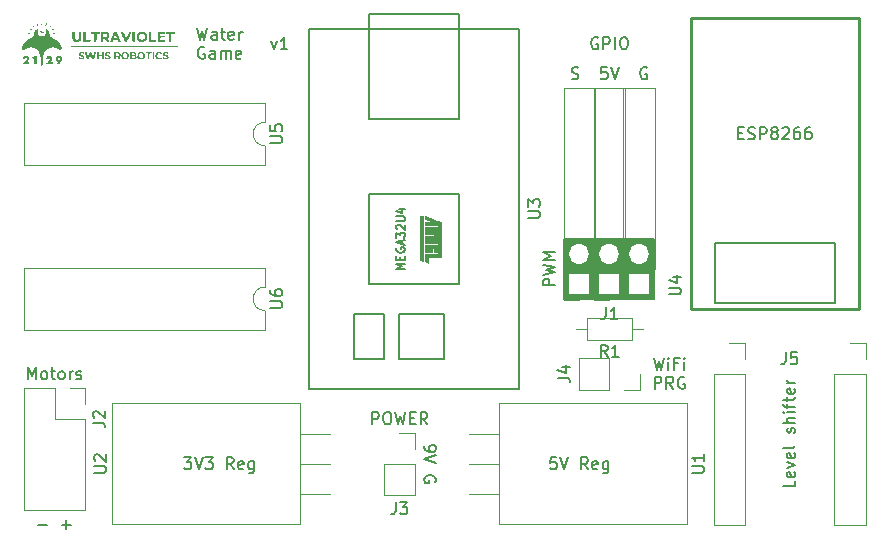
<source format=gbr>
%TF.GenerationSoftware,KiCad,Pcbnew,(6.0.4)*%
%TF.CreationDate,2022-09-17T12:53:16-05:00*%
%TF.ProjectId,WaterGame,57617465-7247-4616-9d65-2e6b69636164,rev?*%
%TF.SameCoordinates,PX49e1930PY59a0560*%
%TF.FileFunction,Legend,Top*%
%TF.FilePolarity,Positive*%
%FSLAX46Y46*%
G04 Gerber Fmt 4.6, Leading zero omitted, Abs format (unit mm)*
G04 Created by KiCad (PCBNEW (6.0.4)) date 2022-09-17 12:53:16*
%MOMM*%
%LPD*%
G01*
G04 APERTURE LIST*
%ADD10C,0.150000*%
%ADD11C,0.254000*%
%ADD12C,0.152400*%
%ADD13C,0.120000*%
%ADD14C,0.100000*%
%ADD15R,1.727200X1.727200*%
%ADD16O,1.727200X1.727200*%
%ADD17R,1.600000X1.600000*%
%ADD18O,1.600000X1.600000*%
%ADD19C,1.600000*%
%ADD20O,3.500000X3.500000*%
%ADD21R,2.000000X1.905000*%
%ADD22O,2.000000X1.905000*%
%ADD23C,1.400000*%
%ADD24O,1.400000X1.400000*%
%ADD25R,1.700000X1.700000*%
%ADD26O,1.700000X1.700000*%
G04 APERTURE END LIST*
D10*
X23415714Y43394286D02*
X23653809Y42727620D01*
X23891904Y43394286D01*
X24796666Y42727620D02*
X24225238Y42727620D01*
X24510952Y42727620D02*
X24510952Y43727620D01*
X24415714Y43584762D01*
X24320476Y43489524D01*
X24225238Y43441905D01*
X33956666Y4357620D02*
X33956666Y3643334D01*
X33909047Y3500477D01*
X33813809Y3405239D01*
X33670952Y3357620D01*
X33575714Y3357620D01*
X34337619Y4357620D02*
X34956666Y4357620D01*
X34623333Y3976667D01*
X34766190Y3976667D01*
X34861428Y3929048D01*
X34909047Y3881429D01*
X34956666Y3786191D01*
X34956666Y3548096D01*
X34909047Y3452858D01*
X34861428Y3405239D01*
X34766190Y3357620D01*
X34480476Y3357620D01*
X34385238Y3405239D01*
X34337619Y3452858D01*
X66976666Y17057620D02*
X66976666Y16343334D01*
X66929047Y16200477D01*
X66833809Y16105239D01*
X66690952Y16057620D01*
X66595714Y16057620D01*
X67929047Y17057620D02*
X67452857Y17057620D01*
X67405238Y16581429D01*
X67452857Y16629048D01*
X67548095Y16676667D01*
X67786190Y16676667D01*
X67881428Y16629048D01*
X67929047Y16581429D01*
X67976666Y16486191D01*
X67976666Y16248096D01*
X67929047Y16152858D01*
X67881428Y16105239D01*
X67786190Y16057620D01*
X67548095Y16057620D01*
X67452857Y16105239D01*
X67405238Y16152858D01*
X51736666Y20867620D02*
X51736666Y20153334D01*
X51689047Y20010477D01*
X51593809Y19915239D01*
X51450952Y19867620D01*
X51355714Y19867620D01*
X52736666Y19867620D02*
X52165238Y19867620D01*
X52450952Y19867620D02*
X52450952Y20867620D01*
X52355714Y20724762D01*
X52260476Y20629524D01*
X52165238Y20581905D01*
X67762380Y6183810D02*
X67762380Y5707620D01*
X66762380Y5707620D01*
X67714761Y6898096D02*
X67762380Y6802858D01*
X67762380Y6612381D01*
X67714761Y6517143D01*
X67619523Y6469524D01*
X67238571Y6469524D01*
X67143333Y6517143D01*
X67095714Y6612381D01*
X67095714Y6802858D01*
X67143333Y6898096D01*
X67238571Y6945715D01*
X67333809Y6945715D01*
X67429047Y6469524D01*
X67095714Y7279048D02*
X67762380Y7517143D01*
X67095714Y7755239D01*
X67714761Y8517143D02*
X67762380Y8421905D01*
X67762380Y8231429D01*
X67714761Y8136191D01*
X67619523Y8088572D01*
X67238571Y8088572D01*
X67143333Y8136191D01*
X67095714Y8231429D01*
X67095714Y8421905D01*
X67143333Y8517143D01*
X67238571Y8564762D01*
X67333809Y8564762D01*
X67429047Y8088572D01*
X67762380Y9136191D02*
X67714761Y9040953D01*
X67619523Y8993334D01*
X66762380Y8993334D01*
X67714761Y10231429D02*
X67762380Y10326667D01*
X67762380Y10517143D01*
X67714761Y10612381D01*
X67619523Y10660000D01*
X67571904Y10660000D01*
X67476666Y10612381D01*
X67429047Y10517143D01*
X67429047Y10374286D01*
X67381428Y10279048D01*
X67286190Y10231429D01*
X67238571Y10231429D01*
X67143333Y10279048D01*
X67095714Y10374286D01*
X67095714Y10517143D01*
X67143333Y10612381D01*
X67762380Y11088572D02*
X66762380Y11088572D01*
X67762380Y11517143D02*
X67238571Y11517143D01*
X67143333Y11469524D01*
X67095714Y11374286D01*
X67095714Y11231429D01*
X67143333Y11136191D01*
X67190952Y11088572D01*
X67762380Y11993334D02*
X67095714Y11993334D01*
X66762380Y11993334D02*
X66810000Y11945715D01*
X66857619Y11993334D01*
X66810000Y12040953D01*
X66762380Y11993334D01*
X66857619Y11993334D01*
X67095714Y12326667D02*
X67095714Y12707620D01*
X67762380Y12469524D02*
X66905238Y12469524D01*
X66810000Y12517143D01*
X66762380Y12612381D01*
X66762380Y12707620D01*
X67095714Y12898096D02*
X67095714Y13279048D01*
X66762380Y13040953D02*
X67619523Y13040953D01*
X67714761Y13088572D01*
X67762380Y13183810D01*
X67762380Y13279048D01*
X67714761Y13993334D02*
X67762380Y13898096D01*
X67762380Y13707620D01*
X67714761Y13612381D01*
X67619523Y13564762D01*
X67238571Y13564762D01*
X67143333Y13612381D01*
X67095714Y13707620D01*
X67095714Y13898096D01*
X67143333Y13993334D01*
X67238571Y14040953D01*
X67333809Y14040953D01*
X67429047Y13564762D01*
X67762380Y14469524D02*
X67095714Y14469524D01*
X67286190Y14469524D02*
X67190952Y14517143D01*
X67143333Y14564762D01*
X67095714Y14660000D01*
X67095714Y14755239D01*
X62944761Y35631429D02*
X63278095Y35631429D01*
X63420952Y35107620D02*
X62944761Y35107620D01*
X62944761Y36107620D01*
X63420952Y36107620D01*
X63801904Y35155239D02*
X63944761Y35107620D01*
X64182857Y35107620D01*
X64278095Y35155239D01*
X64325714Y35202858D01*
X64373333Y35298096D01*
X64373333Y35393334D01*
X64325714Y35488572D01*
X64278095Y35536191D01*
X64182857Y35583810D01*
X63992380Y35631429D01*
X63897142Y35679048D01*
X63849523Y35726667D01*
X63801904Y35821905D01*
X63801904Y35917143D01*
X63849523Y36012381D01*
X63897142Y36060000D01*
X63992380Y36107620D01*
X64230476Y36107620D01*
X64373333Y36060000D01*
X64801904Y35107620D02*
X64801904Y36107620D01*
X65182857Y36107620D01*
X65278095Y36060000D01*
X65325714Y36012381D01*
X65373333Y35917143D01*
X65373333Y35774286D01*
X65325714Y35679048D01*
X65278095Y35631429D01*
X65182857Y35583810D01*
X64801904Y35583810D01*
X65944761Y35679048D02*
X65849523Y35726667D01*
X65801904Y35774286D01*
X65754285Y35869524D01*
X65754285Y35917143D01*
X65801904Y36012381D01*
X65849523Y36060000D01*
X65944761Y36107620D01*
X66135238Y36107620D01*
X66230476Y36060000D01*
X66278095Y36012381D01*
X66325714Y35917143D01*
X66325714Y35869524D01*
X66278095Y35774286D01*
X66230476Y35726667D01*
X66135238Y35679048D01*
X65944761Y35679048D01*
X65849523Y35631429D01*
X65801904Y35583810D01*
X65754285Y35488572D01*
X65754285Y35298096D01*
X65801904Y35202858D01*
X65849523Y35155239D01*
X65944761Y35107620D01*
X66135238Y35107620D01*
X66230476Y35155239D01*
X66278095Y35202858D01*
X66325714Y35298096D01*
X66325714Y35488572D01*
X66278095Y35583810D01*
X66230476Y35631429D01*
X66135238Y35679048D01*
X66706666Y36012381D02*
X66754285Y36060000D01*
X66849523Y36107620D01*
X67087619Y36107620D01*
X67182857Y36060000D01*
X67230476Y36012381D01*
X67278095Y35917143D01*
X67278095Y35821905D01*
X67230476Y35679048D01*
X66659047Y35107620D01*
X67278095Y35107620D01*
X68135238Y36107620D02*
X67944761Y36107620D01*
X67849523Y36060000D01*
X67801904Y36012381D01*
X67706666Y35869524D01*
X67659047Y35679048D01*
X67659047Y35298096D01*
X67706666Y35202858D01*
X67754285Y35155239D01*
X67849523Y35107620D01*
X68040000Y35107620D01*
X68135238Y35155239D01*
X68182857Y35202858D01*
X68230476Y35298096D01*
X68230476Y35536191D01*
X68182857Y35631429D01*
X68135238Y35679048D01*
X68040000Y35726667D01*
X67849523Y35726667D01*
X67754285Y35679048D01*
X67706666Y35631429D01*
X67659047Y35536191D01*
X69087619Y36107620D02*
X68897142Y36107620D01*
X68801904Y36060000D01*
X68754285Y36012381D01*
X68659047Y35869524D01*
X68611428Y35679048D01*
X68611428Y35298096D01*
X68659047Y35202858D01*
X68706666Y35155239D01*
X68801904Y35107620D01*
X68992380Y35107620D01*
X69087619Y35155239D01*
X69135238Y35202858D01*
X69182857Y35298096D01*
X69182857Y35536191D01*
X69135238Y35631429D01*
X69087619Y35679048D01*
X68992380Y35726667D01*
X68801904Y35726667D01*
X68706666Y35679048D01*
X68659047Y35631429D01*
X68611428Y35536191D01*
X16050000Y8167620D02*
X16669047Y8167620D01*
X16335714Y7786667D01*
X16478571Y7786667D01*
X16573809Y7739048D01*
X16621428Y7691429D01*
X16669047Y7596191D01*
X16669047Y7358096D01*
X16621428Y7262858D01*
X16573809Y7215239D01*
X16478571Y7167620D01*
X16192857Y7167620D01*
X16097619Y7215239D01*
X16050000Y7262858D01*
X16954761Y8167620D02*
X17288095Y7167620D01*
X17621428Y8167620D01*
X17859523Y8167620D02*
X18478571Y8167620D01*
X18145238Y7786667D01*
X18288095Y7786667D01*
X18383333Y7739048D01*
X18430952Y7691429D01*
X18478571Y7596191D01*
X18478571Y7358096D01*
X18430952Y7262858D01*
X18383333Y7215239D01*
X18288095Y7167620D01*
X18002380Y7167620D01*
X17907142Y7215239D01*
X17859523Y7262858D01*
X20240476Y7167620D02*
X19907142Y7643810D01*
X19669047Y7167620D02*
X19669047Y8167620D01*
X20050000Y8167620D01*
X20145238Y8120000D01*
X20192857Y8072381D01*
X20240476Y7977143D01*
X20240476Y7834286D01*
X20192857Y7739048D01*
X20145238Y7691429D01*
X20050000Y7643810D01*
X19669047Y7643810D01*
X21050000Y7215239D02*
X20954761Y7167620D01*
X20764285Y7167620D01*
X20669047Y7215239D01*
X20621428Y7310477D01*
X20621428Y7691429D01*
X20669047Y7786667D01*
X20764285Y7834286D01*
X20954761Y7834286D01*
X21050000Y7786667D01*
X21097619Y7691429D01*
X21097619Y7596191D01*
X20621428Y7500953D01*
X21954761Y7834286D02*
X21954761Y7024762D01*
X21907142Y6929524D01*
X21859523Y6881905D01*
X21764285Y6834286D01*
X21621428Y6834286D01*
X21526190Y6881905D01*
X21954761Y7215239D02*
X21859523Y7167620D01*
X21669047Y7167620D01*
X21573809Y7215239D01*
X21526190Y7262858D01*
X21478571Y7358096D01*
X21478571Y7643810D01*
X21526190Y7739048D01*
X21573809Y7786667D01*
X21669047Y7834286D01*
X21859523Y7834286D01*
X21954761Y7786667D01*
X47577619Y8167620D02*
X47101428Y8167620D01*
X47053809Y7691429D01*
X47101428Y7739048D01*
X47196666Y7786667D01*
X47434761Y7786667D01*
X47530000Y7739048D01*
X47577619Y7691429D01*
X47625238Y7596191D01*
X47625238Y7358096D01*
X47577619Y7262858D01*
X47530000Y7215239D01*
X47434761Y7167620D01*
X47196666Y7167620D01*
X47101428Y7215239D01*
X47053809Y7262858D01*
X47910952Y8167620D02*
X48244285Y7167620D01*
X48577619Y8167620D01*
X50244285Y7167620D02*
X49910952Y7643810D01*
X49672857Y7167620D02*
X49672857Y8167620D01*
X50053809Y8167620D01*
X50149047Y8120000D01*
X50196666Y8072381D01*
X50244285Y7977143D01*
X50244285Y7834286D01*
X50196666Y7739048D01*
X50149047Y7691429D01*
X50053809Y7643810D01*
X49672857Y7643810D01*
X51053809Y7215239D02*
X50958571Y7167620D01*
X50768095Y7167620D01*
X50672857Y7215239D01*
X50625238Y7310477D01*
X50625238Y7691429D01*
X50672857Y7786667D01*
X50768095Y7834286D01*
X50958571Y7834286D01*
X51053809Y7786667D01*
X51101428Y7691429D01*
X51101428Y7596191D01*
X50625238Y7500953D01*
X51958571Y7834286D02*
X51958571Y7024762D01*
X51910952Y6929524D01*
X51863333Y6881905D01*
X51768095Y6834286D01*
X51625238Y6834286D01*
X51530000Y6881905D01*
X51958571Y7215239D02*
X51863333Y7167620D01*
X51672857Y7167620D01*
X51577619Y7215239D01*
X51530000Y7262858D01*
X51482380Y7358096D01*
X51482380Y7643810D01*
X51530000Y7739048D01*
X51577619Y7786667D01*
X51672857Y7834286D01*
X51863333Y7834286D01*
X51958571Y7786667D01*
X31980476Y10977620D02*
X31980476Y11977620D01*
X32361428Y11977620D01*
X32456666Y11930000D01*
X32504285Y11882381D01*
X32551904Y11787143D01*
X32551904Y11644286D01*
X32504285Y11549048D01*
X32456666Y11501429D01*
X32361428Y11453810D01*
X31980476Y11453810D01*
X33170952Y11977620D02*
X33361428Y11977620D01*
X33456666Y11930000D01*
X33551904Y11834762D01*
X33599523Y11644286D01*
X33599523Y11310953D01*
X33551904Y11120477D01*
X33456666Y11025239D01*
X33361428Y10977620D01*
X33170952Y10977620D01*
X33075714Y11025239D01*
X32980476Y11120477D01*
X32932857Y11310953D01*
X32932857Y11644286D01*
X32980476Y11834762D01*
X33075714Y11930000D01*
X33170952Y11977620D01*
X33932857Y11977620D02*
X34170952Y10977620D01*
X34361428Y11691905D01*
X34551904Y10977620D01*
X34790000Y11977620D01*
X35170952Y11501429D02*
X35504285Y11501429D01*
X35647142Y10977620D02*
X35170952Y10977620D01*
X35170952Y11977620D01*
X35647142Y11977620D01*
X36647142Y10977620D02*
X36313809Y11453810D01*
X36075714Y10977620D02*
X36075714Y11977620D01*
X36456666Y11977620D01*
X36551904Y11930000D01*
X36599523Y11882381D01*
X36647142Y11787143D01*
X36647142Y11644286D01*
X36599523Y11549048D01*
X36551904Y11501429D01*
X36456666Y11453810D01*
X36075714Y11453810D01*
X36377619Y9120000D02*
X36377619Y8929524D01*
X36425238Y8834286D01*
X36472857Y8786667D01*
X36615714Y8691429D01*
X36806190Y8643810D01*
X37187142Y8643810D01*
X37282380Y8691429D01*
X37330000Y8739048D01*
X37377619Y8834286D01*
X37377619Y9024762D01*
X37330000Y9120000D01*
X37282380Y9167620D01*
X37187142Y9215239D01*
X36949047Y9215239D01*
X36853809Y9167620D01*
X36806190Y9120000D01*
X36758571Y9024762D01*
X36758571Y8834286D01*
X36806190Y8739048D01*
X36853809Y8691429D01*
X36949047Y8643810D01*
X37377619Y8358096D02*
X36377619Y8024762D01*
X37377619Y7691429D01*
X37330000Y6072381D02*
X37377619Y6167620D01*
X37377619Y6310477D01*
X37330000Y6453334D01*
X37234761Y6548572D01*
X37139523Y6596191D01*
X36949047Y6643810D01*
X36806190Y6643810D01*
X36615714Y6596191D01*
X36520476Y6548572D01*
X36425238Y6453334D01*
X36377619Y6310477D01*
X36377619Y6215239D01*
X36425238Y6072381D01*
X36472857Y6024762D01*
X36806190Y6024762D01*
X36806190Y6215239D01*
X55816666Y16592620D02*
X56054761Y15592620D01*
X56245238Y16306905D01*
X56435714Y15592620D01*
X56673809Y16592620D01*
X57054761Y15592620D02*
X57054761Y16259286D01*
X57054761Y16592620D02*
X57007142Y16545000D01*
X57054761Y16497381D01*
X57102380Y16545000D01*
X57054761Y16592620D01*
X57054761Y16497381D01*
X57864285Y16116429D02*
X57530952Y16116429D01*
X57530952Y15592620D02*
X57530952Y16592620D01*
X58007142Y16592620D01*
X58388095Y15592620D02*
X58388095Y16259286D01*
X58388095Y16592620D02*
X58340476Y16545000D01*
X58388095Y16497381D01*
X58435714Y16545000D01*
X58388095Y16592620D01*
X58388095Y16497381D01*
X55888095Y13982620D02*
X55888095Y14982620D01*
X56269047Y14982620D01*
X56364285Y14935000D01*
X56411904Y14887381D01*
X56459523Y14792143D01*
X56459523Y14649286D01*
X56411904Y14554048D01*
X56364285Y14506429D01*
X56269047Y14458810D01*
X55888095Y14458810D01*
X57459523Y13982620D02*
X57126190Y14458810D01*
X56888095Y13982620D02*
X56888095Y14982620D01*
X57269047Y14982620D01*
X57364285Y14935000D01*
X57411904Y14887381D01*
X57459523Y14792143D01*
X57459523Y14649286D01*
X57411904Y14554048D01*
X57364285Y14506429D01*
X57269047Y14458810D01*
X56888095Y14458810D01*
X58411904Y14935000D02*
X58316666Y14982620D01*
X58173809Y14982620D01*
X58030952Y14935000D01*
X57935714Y14839762D01*
X57888095Y14744524D01*
X57840476Y14554048D01*
X57840476Y14411191D01*
X57888095Y14220715D01*
X57935714Y14125477D01*
X58030952Y14030239D01*
X58173809Y13982620D01*
X58269047Y13982620D01*
X58411904Y14030239D01*
X58459523Y14077858D01*
X58459523Y14411191D01*
X58269047Y14411191D01*
X47442380Y22725239D02*
X46442380Y22725239D01*
X46442380Y23106191D01*
X46490000Y23201429D01*
X46537619Y23249048D01*
X46632857Y23296667D01*
X46775714Y23296667D01*
X46870952Y23249048D01*
X46918571Y23201429D01*
X46966190Y23106191D01*
X46966190Y22725239D01*
X46442380Y23630000D02*
X47442380Y23868096D01*
X46728095Y24058572D01*
X47442380Y24249048D01*
X46442380Y24487143D01*
X47442380Y24868096D02*
X46442380Y24868096D01*
X47156666Y25201429D01*
X46442380Y25534762D01*
X47442380Y25534762D01*
X48260000Y26670000D02*
X55880000Y26670000D01*
X55880000Y26670000D02*
X55880000Y21550000D01*
X55880000Y21550000D02*
X48260000Y21550000D01*
X48260000Y21550000D02*
X48260000Y26670000D01*
G36*
X48260000Y26670000D02*
G01*
X55880000Y26670000D01*
X55880000Y21550000D01*
X48260000Y21550000D01*
X48260000Y26670000D01*
G37*
X51070000Y43680000D02*
X50974761Y43727620D01*
X50831904Y43727620D01*
X50689047Y43680000D01*
X50593809Y43584762D01*
X50546190Y43489524D01*
X50498571Y43299048D01*
X50498571Y43156191D01*
X50546190Y42965715D01*
X50593809Y42870477D01*
X50689047Y42775239D01*
X50831904Y42727620D01*
X50927142Y42727620D01*
X51070000Y42775239D01*
X51117619Y42822858D01*
X51117619Y43156191D01*
X50927142Y43156191D01*
X51546190Y42727620D02*
X51546190Y43727620D01*
X51927142Y43727620D01*
X52022380Y43680000D01*
X52070000Y43632381D01*
X52117619Y43537143D01*
X52117619Y43394286D01*
X52070000Y43299048D01*
X52022380Y43251429D01*
X51927142Y43203810D01*
X51546190Y43203810D01*
X52546190Y42727620D02*
X52546190Y43727620D01*
X53212857Y43727620D02*
X53403333Y43727620D01*
X53498571Y43680000D01*
X53593809Y43584762D01*
X53641428Y43394286D01*
X53641428Y43060953D01*
X53593809Y42870477D01*
X53498571Y42775239D01*
X53403333Y42727620D01*
X53212857Y42727620D01*
X53117619Y42775239D01*
X53022380Y42870477D01*
X52974761Y43060953D01*
X52974761Y43394286D01*
X53022380Y43584762D01*
X53117619Y43680000D01*
X53212857Y43727620D01*
X48855714Y40235239D02*
X48998571Y40187620D01*
X49236666Y40187620D01*
X49331904Y40235239D01*
X49379523Y40282858D01*
X49427142Y40378096D01*
X49427142Y40473334D01*
X49379523Y40568572D01*
X49331904Y40616191D01*
X49236666Y40663810D01*
X49046190Y40711429D01*
X48950952Y40759048D01*
X48903333Y40806667D01*
X48855714Y40901905D01*
X48855714Y40997143D01*
X48903333Y41092381D01*
X48950952Y41140000D01*
X49046190Y41187620D01*
X49284285Y41187620D01*
X49427142Y41140000D01*
X51855714Y41187620D02*
X51379523Y41187620D01*
X51331904Y40711429D01*
X51379523Y40759048D01*
X51474761Y40806667D01*
X51712857Y40806667D01*
X51808095Y40759048D01*
X51855714Y40711429D01*
X51903333Y40616191D01*
X51903333Y40378096D01*
X51855714Y40282858D01*
X51808095Y40235239D01*
X51712857Y40187620D01*
X51474761Y40187620D01*
X51379523Y40235239D01*
X51331904Y40282858D01*
X52189047Y41187620D02*
X52522380Y40187620D01*
X52855714Y41187620D01*
X55236666Y41140000D02*
X55141428Y41187620D01*
X54998571Y41187620D01*
X54855714Y41140000D01*
X54760476Y41044762D01*
X54712857Y40949524D01*
X54665238Y40759048D01*
X54665238Y40616191D01*
X54712857Y40425715D01*
X54760476Y40330477D01*
X54855714Y40235239D01*
X54998571Y40187620D01*
X55093809Y40187620D01*
X55236666Y40235239D01*
X55284285Y40282858D01*
X55284285Y40616191D01*
X55093809Y40616191D01*
X2841904Y14787620D02*
X2841904Y15787620D01*
X3175238Y15073334D01*
X3508571Y15787620D01*
X3508571Y14787620D01*
X4127619Y14787620D02*
X4032380Y14835239D01*
X3984761Y14882858D01*
X3937142Y14978096D01*
X3937142Y15263810D01*
X3984761Y15359048D01*
X4032380Y15406667D01*
X4127619Y15454286D01*
X4270476Y15454286D01*
X4365714Y15406667D01*
X4413333Y15359048D01*
X4460952Y15263810D01*
X4460952Y14978096D01*
X4413333Y14882858D01*
X4365714Y14835239D01*
X4270476Y14787620D01*
X4127619Y14787620D01*
X4746666Y15454286D02*
X5127619Y15454286D01*
X4889523Y15787620D02*
X4889523Y14930477D01*
X4937142Y14835239D01*
X5032380Y14787620D01*
X5127619Y14787620D01*
X5603809Y14787620D02*
X5508571Y14835239D01*
X5460952Y14882858D01*
X5413333Y14978096D01*
X5413333Y15263810D01*
X5460952Y15359048D01*
X5508571Y15406667D01*
X5603809Y15454286D01*
X5746666Y15454286D01*
X5841904Y15406667D01*
X5889523Y15359048D01*
X5937142Y15263810D01*
X5937142Y14978096D01*
X5889523Y14882858D01*
X5841904Y14835239D01*
X5746666Y14787620D01*
X5603809Y14787620D01*
X6365714Y14787620D02*
X6365714Y15454286D01*
X6365714Y15263810D02*
X6413333Y15359048D01*
X6460952Y15406667D01*
X6556190Y15454286D01*
X6651428Y15454286D01*
X6937142Y14835239D02*
X7032380Y14787620D01*
X7222857Y14787620D01*
X7318095Y14835239D01*
X7365714Y14930477D01*
X7365714Y14978096D01*
X7318095Y15073334D01*
X7222857Y15120953D01*
X7080000Y15120953D01*
X6984761Y15168572D01*
X6937142Y15263810D01*
X6937142Y15311429D01*
X6984761Y15406667D01*
X7080000Y15454286D01*
X7222857Y15454286D01*
X7318095Y15406667D01*
X3699047Y2468572D02*
X4460952Y2468572D01*
X5699047Y2468572D02*
X6460952Y2468572D01*
X6080000Y2087620D02*
X6080000Y2849524D01*
X17145238Y44532620D02*
X17383333Y43532620D01*
X17573809Y44246905D01*
X17764285Y43532620D01*
X18002380Y44532620D01*
X18811904Y43532620D02*
X18811904Y44056429D01*
X18764285Y44151667D01*
X18669047Y44199286D01*
X18478571Y44199286D01*
X18383333Y44151667D01*
X18811904Y43580239D02*
X18716666Y43532620D01*
X18478571Y43532620D01*
X18383333Y43580239D01*
X18335714Y43675477D01*
X18335714Y43770715D01*
X18383333Y43865953D01*
X18478571Y43913572D01*
X18716666Y43913572D01*
X18811904Y43961191D01*
X19145238Y44199286D02*
X19526190Y44199286D01*
X19288095Y44532620D02*
X19288095Y43675477D01*
X19335714Y43580239D01*
X19430952Y43532620D01*
X19526190Y43532620D01*
X20240476Y43580239D02*
X20145238Y43532620D01*
X19954761Y43532620D01*
X19859523Y43580239D01*
X19811904Y43675477D01*
X19811904Y44056429D01*
X19859523Y44151667D01*
X19954761Y44199286D01*
X20145238Y44199286D01*
X20240476Y44151667D01*
X20288095Y44056429D01*
X20288095Y43961191D01*
X19811904Y43865953D01*
X20716666Y43532620D02*
X20716666Y44199286D01*
X20716666Y44008810D02*
X20764285Y44104048D01*
X20811904Y44151667D01*
X20907142Y44199286D01*
X21002380Y44199286D01*
X17764285Y42875000D02*
X17669047Y42922620D01*
X17526190Y42922620D01*
X17383333Y42875000D01*
X17288095Y42779762D01*
X17240476Y42684524D01*
X17192857Y42494048D01*
X17192857Y42351191D01*
X17240476Y42160715D01*
X17288095Y42065477D01*
X17383333Y41970239D01*
X17526190Y41922620D01*
X17621428Y41922620D01*
X17764285Y41970239D01*
X17811904Y42017858D01*
X17811904Y42351191D01*
X17621428Y42351191D01*
X18669047Y41922620D02*
X18669047Y42446429D01*
X18621428Y42541667D01*
X18526190Y42589286D01*
X18335714Y42589286D01*
X18240476Y42541667D01*
X18669047Y41970239D02*
X18573809Y41922620D01*
X18335714Y41922620D01*
X18240476Y41970239D01*
X18192857Y42065477D01*
X18192857Y42160715D01*
X18240476Y42255953D01*
X18335714Y42303572D01*
X18573809Y42303572D01*
X18669047Y42351191D01*
X19145238Y41922620D02*
X19145238Y42589286D01*
X19145238Y42494048D02*
X19192857Y42541667D01*
X19288095Y42589286D01*
X19430952Y42589286D01*
X19526190Y42541667D01*
X19573809Y42446429D01*
X19573809Y41922620D01*
X19573809Y42446429D02*
X19621428Y42541667D01*
X19716666Y42589286D01*
X19859523Y42589286D01*
X19954761Y42541667D01*
X20002380Y42446429D01*
X20002380Y41922620D01*
X20859523Y41970239D02*
X20764285Y41922620D01*
X20573809Y41922620D01*
X20478571Y41970239D01*
X20430952Y42065477D01*
X20430952Y42446429D01*
X20478571Y42541667D01*
X20573809Y42589286D01*
X20764285Y42589286D01*
X20859523Y42541667D01*
X20907142Y42446429D01*
X20907142Y42351191D01*
X20430952Y42255953D01*
%TO.C,U4*%
X57120380Y21971096D02*
X57929904Y21971096D01*
X58025142Y22018715D01*
X58072761Y22066334D01*
X58120380Y22161572D01*
X58120380Y22352048D01*
X58072761Y22447286D01*
X58025142Y22494905D01*
X57929904Y22542524D01*
X57120380Y22542524D01*
X57453714Y23447286D02*
X58120380Y23447286D01*
X57072761Y23209191D02*
X57787047Y22971096D01*
X57787047Y23590143D01*
%TO.C,U6*%
X23357380Y20828096D02*
X24166904Y20828096D01*
X24262142Y20875715D01*
X24309761Y20923334D01*
X24357380Y21018572D01*
X24357380Y21209048D01*
X24309761Y21304286D01*
X24262142Y21351905D01*
X24166904Y21399524D01*
X23357380Y21399524D01*
X23357380Y22304286D02*
X23357380Y22113810D01*
X23405000Y22018572D01*
X23452619Y21970953D01*
X23595476Y21875715D01*
X23785952Y21828096D01*
X24166904Y21828096D01*
X24262142Y21875715D01*
X24309761Y21923334D01*
X24357380Y22018572D01*
X24357380Y22209048D01*
X24309761Y22304286D01*
X24262142Y22351905D01*
X24166904Y22399524D01*
X23928809Y22399524D01*
X23833571Y22351905D01*
X23785952Y22304286D01*
X23738333Y22209048D01*
X23738333Y22018572D01*
X23785952Y21923334D01*
X23833571Y21875715D01*
X23928809Y21828096D01*
%TO.C,U5*%
X23357380Y34788096D02*
X24166904Y34788096D01*
X24262142Y34835715D01*
X24309761Y34883334D01*
X24357380Y34978572D01*
X24357380Y35169048D01*
X24309761Y35264286D01*
X24262142Y35311905D01*
X24166904Y35359524D01*
X23357380Y35359524D01*
X23357380Y36311905D02*
X23357380Y35835715D01*
X23833571Y35788096D01*
X23785952Y35835715D01*
X23738333Y35930953D01*
X23738333Y36169048D01*
X23785952Y36264286D01*
X23833571Y36311905D01*
X23928809Y36359524D01*
X24166904Y36359524D01*
X24262142Y36311905D01*
X24309761Y36264286D01*
X24357380Y36169048D01*
X24357380Y35930953D01*
X24309761Y35835715D01*
X24262142Y35788096D01*
%TO.C,U3*%
X45172380Y28448096D02*
X45981904Y28448096D01*
X46077142Y28495715D01*
X46124761Y28543334D01*
X46172380Y28638572D01*
X46172380Y28829048D01*
X46124761Y28924286D01*
X46077142Y28971905D01*
X45981904Y29019524D01*
X45172380Y29019524D01*
X45172380Y29400477D02*
X45172380Y30019524D01*
X45553333Y29686191D01*
X45553333Y29829048D01*
X45600952Y29924286D01*
X45648571Y29971905D01*
X45743809Y30019524D01*
X45981904Y30019524D01*
X46077142Y29971905D01*
X46124761Y29924286D01*
X46172380Y29829048D01*
X46172380Y29543334D01*
X46124761Y29448096D01*
X46077142Y29400477D01*
X34733666Y24103334D02*
X34033666Y24103334D01*
X34533666Y24336667D01*
X34033666Y24570000D01*
X34733666Y24570000D01*
X34367000Y24903334D02*
X34367000Y25136667D01*
X34733666Y25236667D02*
X34733666Y24903334D01*
X34033666Y24903334D01*
X34033666Y25236667D01*
X34067000Y25903334D02*
X34033666Y25836667D01*
X34033666Y25736667D01*
X34067000Y25636667D01*
X34133666Y25570000D01*
X34200333Y25536667D01*
X34333666Y25503334D01*
X34433666Y25503334D01*
X34567000Y25536667D01*
X34633666Y25570000D01*
X34700333Y25636667D01*
X34733666Y25736667D01*
X34733666Y25803334D01*
X34700333Y25903334D01*
X34667000Y25936667D01*
X34433666Y25936667D01*
X34433666Y25803334D01*
X34533666Y26203334D02*
X34533666Y26536667D01*
X34733666Y26136667D02*
X34033666Y26370000D01*
X34733666Y26603334D01*
X34033666Y26770000D02*
X34033666Y27203334D01*
X34300333Y26970000D01*
X34300333Y27070000D01*
X34333666Y27136667D01*
X34367000Y27170000D01*
X34433666Y27203334D01*
X34600333Y27203334D01*
X34667000Y27170000D01*
X34700333Y27136667D01*
X34733666Y27070000D01*
X34733666Y26870000D01*
X34700333Y26803334D01*
X34667000Y26770000D01*
X34100333Y27470000D02*
X34067000Y27503334D01*
X34033666Y27570000D01*
X34033666Y27736667D01*
X34067000Y27803334D01*
X34100333Y27836667D01*
X34167000Y27870000D01*
X34233666Y27870000D01*
X34333666Y27836667D01*
X34733666Y27436667D01*
X34733666Y27870000D01*
X34033666Y28170000D02*
X34600333Y28170000D01*
X34667000Y28203334D01*
X34700333Y28236667D01*
X34733666Y28303334D01*
X34733666Y28436667D01*
X34700333Y28503334D01*
X34667000Y28536667D01*
X34600333Y28570000D01*
X34033666Y28570000D01*
X34267000Y29203334D02*
X34733666Y29203334D01*
X34000333Y29036667D02*
X34500333Y28870000D01*
X34500333Y29303334D01*
%TO.C,U2*%
X8422380Y6858096D02*
X9231904Y6858096D01*
X9327142Y6905715D01*
X9374761Y6953334D01*
X9422380Y7048572D01*
X9422380Y7239048D01*
X9374761Y7334286D01*
X9327142Y7381905D01*
X9231904Y7429524D01*
X8422380Y7429524D01*
X8517619Y7858096D02*
X8470000Y7905715D01*
X8422380Y8000953D01*
X8422380Y8239048D01*
X8470000Y8334286D01*
X8517619Y8381905D01*
X8612857Y8429524D01*
X8708095Y8429524D01*
X8850952Y8381905D01*
X9422380Y7810477D01*
X9422380Y8429524D01*
%TO.C,U1*%
X59062380Y6858096D02*
X59871904Y6858096D01*
X59967142Y6905715D01*
X60014761Y6953334D01*
X60062380Y7048572D01*
X60062380Y7239048D01*
X60014761Y7334286D01*
X59967142Y7381905D01*
X59871904Y7429524D01*
X59062380Y7429524D01*
X60062380Y8429524D02*
X60062380Y7858096D01*
X60062380Y8143810D02*
X59062380Y8143810D01*
X59205238Y8048572D01*
X59300476Y7953334D01*
X59348095Y7858096D01*
%TO.C,R1*%
X51903333Y16677620D02*
X51570000Y17153810D01*
X51331904Y16677620D02*
X51331904Y17677620D01*
X51712857Y17677620D01*
X51808095Y17630000D01*
X51855714Y17582381D01*
X51903333Y17487143D01*
X51903333Y17344286D01*
X51855714Y17249048D01*
X51808095Y17201429D01*
X51712857Y17153810D01*
X51331904Y17153810D01*
X52855714Y16677620D02*
X52284285Y16677620D01*
X52570000Y16677620D02*
X52570000Y17677620D01*
X52474761Y17534762D01*
X52379523Y17439524D01*
X52284285Y17391905D01*
%TO.C,J4*%
X47712380Y14906667D02*
X48426666Y14906667D01*
X48569523Y14859048D01*
X48664761Y14763810D01*
X48712380Y14620953D01*
X48712380Y14525715D01*
X48045714Y15811429D02*
X48712380Y15811429D01*
X47664761Y15573334D02*
X48379047Y15335239D01*
X48379047Y15954286D01*
%TO.C,J2*%
X8342380Y11096667D02*
X9056666Y11096667D01*
X9199523Y11049048D01*
X9294761Y10953810D01*
X9342380Y10810953D01*
X9342380Y10715715D01*
X8437619Y11525239D02*
X8390000Y11572858D01*
X8342380Y11668096D01*
X8342380Y11906191D01*
X8390000Y12001429D01*
X8437619Y12049048D01*
X8532857Y12096667D01*
X8628095Y12096667D01*
X8770952Y12049048D01*
X9342380Y11477620D01*
X9342380Y12096667D01*
%TO.C,G\u002A\u002A\u002A*%
G36*
X3652341Y44403101D02*
G01*
X3668842Y44392331D01*
X3674685Y44386560D01*
X3679068Y44380758D01*
X3682224Y44372243D01*
X3684383Y44358332D01*
X3685777Y44336341D01*
X3686639Y44303589D01*
X3687199Y44257392D01*
X3687690Y44195066D01*
X3687865Y44172034D01*
X3688497Y44109371D01*
X3689565Y44062812D01*
X3691484Y44028816D01*
X3694672Y44003842D01*
X3699544Y43984349D01*
X3706518Y43966798D01*
X3713739Y43952071D01*
X3749102Y43899967D01*
X3796023Y43860777D01*
X3855758Y43833927D01*
X3929560Y43818842D01*
X4013318Y43814879D01*
X4099758Y43820896D01*
X4170721Y43837582D01*
X4227635Y43865601D01*
X4271929Y43905616D01*
X4299969Y43948108D01*
X4309548Y43966942D01*
X4316529Y43983591D01*
X4321282Y44001475D01*
X4324181Y44024015D01*
X4325596Y44054632D01*
X4325900Y44096747D01*
X4325463Y44153782D01*
X4325180Y44180129D01*
X4324754Y44252878D01*
X4325745Y44308310D01*
X4328867Y44348740D01*
X4334831Y44376482D01*
X4344350Y44393851D01*
X4358138Y44403161D01*
X4376908Y44406727D01*
X4395055Y44407018D01*
X4446050Y44400673D01*
X4492333Y44381956D01*
X4539980Y44348293D01*
X4546386Y44342862D01*
X4586320Y44302647D01*
X4615742Y44258148D01*
X4636381Y44205317D01*
X4649968Y44140107D01*
X4656105Y44086122D01*
X4660991Y44037147D01*
X4666659Y43991449D01*
X4672312Y43954967D01*
X4676053Y43937260D01*
X4696349Y43887916D01*
X4729742Y43835203D01*
X4771939Y43784889D01*
X4818645Y43742739D01*
X4823670Y43738997D01*
X4852732Y43718157D01*
X4878971Y43700411D01*
X4906643Y43683192D01*
X4940006Y43663931D01*
X4983316Y43640059D01*
X5024996Y43617526D01*
X5114403Y43568161D01*
X5189135Y43523852D01*
X5252669Y43482149D01*
X5308484Y43440603D01*
X5360058Y43396765D01*
X5410868Y43348184D01*
X5418777Y43340196D01*
X5508756Y43240976D01*
X5579741Y43145389D01*
X5631959Y43053011D01*
X5665636Y42963417D01*
X5680999Y42876182D01*
X5682091Y42846048D01*
X5680244Y42798920D01*
X5673831Y42763708D01*
X5661448Y42732938D01*
X5660430Y42730967D01*
X5642872Y42701850D01*
X5623832Y42682072D01*
X5600911Y42671732D01*
X5571711Y42670931D01*
X5533835Y42679770D01*
X5484885Y42698349D01*
X5422462Y42726769D01*
X5390383Y42742283D01*
X5283064Y42792304D01*
X5188048Y42830716D01*
X5102219Y42858087D01*
X5022464Y42874982D01*
X4945666Y42881967D01*
X4868713Y42879609D01*
X4788488Y42868474D01*
X4745215Y42859577D01*
X4621612Y42824002D01*
X4512882Y42775983D01*
X4418339Y42715068D01*
X4337297Y42640807D01*
X4269070Y42552748D01*
X4261918Y42541563D01*
X4217727Y42462167D01*
X4182103Y42377589D01*
X4154377Y42285097D01*
X4133881Y42181958D01*
X4119946Y42065440D01*
X4111903Y41932810D01*
X4111715Y41927680D01*
X4106843Y41820003D01*
X4100298Y41717540D01*
X4092324Y41622257D01*
X4083165Y41536117D01*
X4073066Y41461086D01*
X4062272Y41399127D01*
X4051026Y41352204D01*
X4039574Y41322282D01*
X4035614Y41316253D01*
X4017728Y41305438D01*
X4008407Y41303976D01*
X3987837Y41310475D01*
X3981019Y41316253D01*
X3968113Y41336028D01*
X3956934Y41362990D01*
X3947228Y41398872D01*
X3938740Y41445405D01*
X3931217Y41504323D01*
X3924402Y41577358D01*
X3918043Y41666243D01*
X3911885Y41772710D01*
X3910716Y41795082D01*
X3906333Y41878126D01*
X3902480Y41945226D01*
X3898843Y42000064D01*
X3895108Y42046321D01*
X3890963Y42087680D01*
X3886093Y42127822D01*
X3880186Y42170429D01*
X3876838Y42193194D01*
X3849986Y42318251D01*
X3808640Y42433192D01*
X3753652Y42536732D01*
X3685875Y42627586D01*
X3606163Y42704467D01*
X3515369Y42766091D01*
X3486652Y42781139D01*
X3366733Y42831588D01*
X3248981Y42863635D01*
X3130767Y42877928D01*
X3090039Y42878858D01*
X3028484Y42877246D01*
X2971966Y42871886D01*
X2917025Y42861757D01*
X2860200Y42845842D01*
X2798028Y42823122D01*
X2727049Y42792579D01*
X2643802Y42753192D01*
X2614957Y42739025D01*
X2549784Y42707717D01*
X2498981Y42685903D01*
X2459970Y42673148D01*
X2430171Y42669015D01*
X2407005Y42673069D01*
X2387893Y42684875D01*
X2374741Y42698467D01*
X2348891Y42737754D01*
X2334389Y42782897D01*
X2330090Y42838573D01*
X2331609Y42874669D01*
X2346693Y42958913D01*
X2379192Y43046805D01*
X2427669Y43136480D01*
X2490685Y43226071D01*
X2566803Y43313710D01*
X2654585Y43397532D01*
X2752592Y43475668D01*
X2839763Y43534303D01*
X2874201Y43555353D01*
X2902018Y43571776D01*
X2919266Y43581271D01*
X2922783Y43582707D01*
X2935836Y43587581D01*
X2961848Y43600774D01*
X2997150Y43620147D01*
X3038072Y43643561D01*
X3080946Y43668875D01*
X3122102Y43693950D01*
X3157871Y43716646D01*
X3184585Y43734822D01*
X3188260Y43737533D01*
X3242720Y43783461D01*
X3284558Y43831437D01*
X3315566Y43885113D01*
X3337534Y43948145D01*
X3352252Y44024186D01*
X3359120Y44086179D01*
X3366366Y44151477D01*
X3376479Y44202193D01*
X3391376Y44243365D01*
X3412973Y44280033D01*
X3443186Y44317235D01*
X3449692Y44324383D01*
X3488738Y44359042D01*
X3532507Y44385478D01*
X3577017Y44402455D01*
X3618289Y44408741D01*
X3652341Y44403101D01*
G37*
G36*
X2714382Y42180010D02*
G01*
X2785886Y42158349D01*
X2843708Y42123725D01*
X2886888Y42078147D01*
X2914463Y42023621D01*
X2925471Y41962158D01*
X2918950Y41895764D01*
X2893937Y41826448D01*
X2888687Y41816216D01*
X2867166Y41782001D01*
X2836968Y41741708D01*
X2803725Y41702717D01*
X2794978Y41693392D01*
X2766087Y41661640D01*
X2748046Y41638115D01*
X2742385Y41624921D01*
X2743841Y41623038D01*
X2758546Y41620847D01*
X2787849Y41618638D01*
X2826704Y41616748D01*
X2849397Y41615992D01*
X2942707Y41613372D01*
X2945576Y41537251D01*
X2948444Y41461130D01*
X2397579Y41461130D01*
X2397579Y41483820D01*
X2404214Y41504775D01*
X2420802Y41529660D01*
X2427691Y41537310D01*
X2467139Y41578524D01*
X2510037Y41624808D01*
X2554138Y41673579D01*
X2597193Y41722251D01*
X2636957Y41768242D01*
X2671182Y41808966D01*
X2697620Y41841842D01*
X2714025Y41864284D01*
X2717807Y41870888D01*
X2731134Y41917421D01*
X2728961Y41957116D01*
X2712049Y41987490D01*
X2681157Y42006058D01*
X2675968Y42007522D01*
X2644228Y42006713D01*
X2618183Y41988988D01*
X2600333Y41956810D01*
X2594022Y41926702D01*
X2589111Y41878570D01*
X2515560Y41875637D01*
X2465860Y41874220D01*
X2432509Y41875788D01*
X2412259Y41882017D01*
X2401857Y41894581D01*
X2398055Y41915156D01*
X2397579Y41936441D01*
X2406673Y42001328D01*
X2432258Y42059407D01*
X2471790Y42108721D01*
X2522726Y42147315D01*
X2582520Y42173232D01*
X2648629Y42184516D01*
X2714382Y42180010D01*
G37*
G36*
X3556589Y41461130D02*
G01*
X3369969Y41461130D01*
X3368419Y41507785D01*
X3368070Y41532466D01*
X3368042Y41572719D01*
X3368315Y41624478D01*
X3368866Y41683673D01*
X3369633Y41743358D01*
X3370560Y41812557D01*
X3370508Y41864280D01*
X3368682Y41900697D01*
X3364289Y41923976D01*
X3356533Y41936284D01*
X3344621Y41939790D01*
X3327757Y41936663D01*
X3305149Y41929070D01*
X3301998Y41927957D01*
X3276006Y41919019D01*
X3259110Y41913646D01*
X3256125Y41912947D01*
X3248842Y41921587D01*
X3238547Y41943973D01*
X3227040Y41974805D01*
X3216117Y42008784D01*
X3207578Y42040608D01*
X3203220Y42064978D01*
X3202993Y42069564D01*
X3211859Y42076332D01*
X3235933Y42086928D01*
X3271435Y42100162D01*
X3314582Y42114839D01*
X3361590Y42129769D01*
X3408679Y42143758D01*
X3452065Y42155615D01*
X3487966Y42164147D01*
X3512600Y42168163D01*
X3516310Y42168322D01*
X3556589Y42168322D01*
X3556589Y41461130D01*
G37*
G36*
X4703156Y42179854D02*
G01*
X4764335Y42157381D01*
X4819255Y42123338D01*
X4863018Y42080521D01*
X4882914Y42049793D01*
X4896174Y42008982D01*
X4902000Y41958220D01*
X4900039Y41905882D01*
X4890820Y41862847D01*
X4875438Y41830268D01*
X4849953Y41789175D01*
X4818176Y41744924D01*
X4783915Y41702869D01*
X4755601Y41672767D01*
X4733788Y41650376D01*
X4719259Y41633126D01*
X4715599Y41626456D01*
X4724736Y41623095D01*
X4749409Y41619932D01*
X4785512Y41617386D01*
X4816276Y41616172D01*
X4916953Y41613372D01*
X4916953Y41466041D01*
X4371825Y41460819D01*
X4371825Y41483281D01*
X4379358Y41503609D01*
X4400803Y41533356D01*
X4428931Y41564469D01*
X4490842Y41629311D01*
X4547869Y41691318D01*
X4598302Y41748482D01*
X4640430Y41798795D01*
X4672542Y41840250D01*
X4692928Y41870840D01*
X4697371Y41879483D01*
X4710625Y41924937D01*
X4707751Y41963102D01*
X4689009Y41991846D01*
X4683170Y41996423D01*
X4649488Y42010834D01*
X4618599Y42007155D01*
X4593055Y41986939D01*
X4575410Y41951738D01*
X4570153Y41927680D01*
X4563161Y41878570D01*
X4477861Y41875740D01*
X4436412Y41874741D01*
X4410186Y41875663D01*
X4394793Y41879357D01*
X4385842Y41886673D01*
X4381010Y41894493D01*
X4372168Y41929934D01*
X4376250Y41973673D01*
X4391428Y42021033D01*
X4415873Y42067342D01*
X4447756Y42107924D01*
X4473213Y42130198D01*
X4516406Y42154965D01*
X4567488Y42174667D01*
X4617495Y42186212D01*
X4640616Y42187966D01*
X4703156Y42179854D01*
G37*
G36*
X5197552Y42013260D02*
G01*
X5230834Y42074270D01*
X5275903Y42121998D01*
X5329904Y42156260D01*
X5389983Y42176872D01*
X5453288Y42183651D01*
X5516965Y42176413D01*
X5578160Y42154975D01*
X5634020Y42119152D01*
X5681691Y42068762D01*
X5697274Y42045409D01*
X5716629Y42010343D01*
X5726898Y41981105D01*
X5730841Y41947850D01*
X5731314Y41924038D01*
X5729266Y41879926D01*
X5721124Y41844326D01*
X5704374Y41806431D01*
X5703587Y41804904D01*
X5687363Y41777609D01*
X5660640Y41737526D01*
X5625234Y41687174D01*
X5582960Y41629070D01*
X5535632Y41565733D01*
X5485066Y41499683D01*
X5465909Y41475073D01*
X5455468Y41468509D01*
X5434410Y41464224D01*
X5399788Y41461879D01*
X5348656Y41461131D01*
X5345588Y41461130D01*
X5301874Y41461565D01*
X5266465Y41462745D01*
X5243300Y41464483D01*
X5236172Y41466322D01*
X5241727Y41476032D01*
X5256454Y41497111D01*
X5277447Y41525438D01*
X5282915Y41532622D01*
X5309943Y41568087D01*
X5336368Y41602979D01*
X5356588Y41629902D01*
X5357025Y41630488D01*
X5384392Y41667249D01*
X5332382Y41690675D01*
X5271332Y41727826D01*
X5224833Y41776335D01*
X5193959Y41833627D01*
X5179788Y41897128D01*
X5181502Y41929020D01*
X5366485Y41929020D01*
X5371554Y41889540D01*
X5377517Y41875739D01*
X5391732Y41852949D01*
X5408515Y41840865D01*
X5434530Y41836003D01*
X5455160Y41835146D01*
X5490061Y41840247D01*
X5516549Y41858479D01*
X5537584Y41891869D01*
X5541563Y41929146D01*
X5528743Y41964919D01*
X5510437Y41985740D01*
X5477865Y42006149D01*
X5446304Y42008991D01*
X5410539Y41994574D01*
X5406136Y41991956D01*
X5378391Y41964696D01*
X5366485Y41929020D01*
X5181502Y41929020D01*
X5183395Y41964260D01*
X5197552Y42013260D01*
G37*
G36*
X7449770Y42500342D02*
G01*
X7510164Y42486702D01*
X7544618Y42472681D01*
X7583288Y42452953D01*
X7563007Y42401492D01*
X7551526Y42373004D01*
X7543077Y42353230D01*
X7540154Y42347457D01*
X7530531Y42349520D01*
X7508915Y42357654D01*
X7494321Y42363834D01*
X7440942Y42382134D01*
X7390391Y42390266D01*
X7345424Y42388883D01*
X7308797Y42378635D01*
X7283265Y42360176D01*
X7271582Y42334156D01*
X7273191Y42311512D01*
X7281101Y42295886D01*
X7298165Y42282183D01*
X7327223Y42268986D01*
X7371118Y42254877D01*
X7405753Y42245386D01*
X7478340Y42222541D01*
X7532955Y42196313D01*
X7571170Y42165302D01*
X7594555Y42128109D01*
X7604684Y42083334D01*
X7605379Y42067643D01*
X7598608Y42009979D01*
X7576375Y41962628D01*
X7537502Y41923891D01*
X7485437Y41894128D01*
X7442568Y41881449D01*
X7387695Y41874837D01*
X7327506Y41874321D01*
X7268689Y41879927D01*
X7217932Y41891685D01*
X7214167Y41892983D01*
X7168542Y41910171D01*
X7139652Y41925019D01*
X7125417Y41940831D01*
X7123754Y41960909D01*
X7132585Y41988556D01*
X7141338Y42008579D01*
X7160227Y42050189D01*
X7212333Y42023550D01*
X7248445Y42007834D01*
X7285669Y41998616D01*
X7332411Y41993958D01*
X7343016Y41993431D01*
X7383659Y41992259D01*
X7410015Y41993739D01*
X7427367Y41998779D01*
X7440995Y42008289D01*
X7443693Y42010764D01*
X7463104Y42037420D01*
X7462966Y42062381D01*
X7443303Y42085619D01*
X7404140Y42107107D01*
X7345502Y42126818D01*
X7338105Y42128813D01*
X7266622Y42150465D01*
X7212549Y42173670D01*
X7173651Y42199986D01*
X7147694Y42230969D01*
X7132443Y42268176D01*
X7131267Y42272961D01*
X7127150Y42331477D01*
X7141107Y42386637D01*
X7171611Y42434719D01*
X7211436Y42468540D01*
X7258917Y42489300D01*
X7318338Y42501569D01*
X7383892Y42505274D01*
X7449770Y42500342D01*
G37*
G36*
X9678164Y42499772D02*
G01*
X9740351Y42483377D01*
X9756391Y42476797D01*
X9781649Y42462024D01*
X9792148Y42444290D01*
X9789251Y42418700D01*
X9779768Y42392975D01*
X9766878Y42365291D01*
X9754549Y42353491D01*
X9736495Y42355046D01*
X9711074Y42365366D01*
X9659181Y42382933D01*
X9608844Y42390370D01*
X9563442Y42388185D01*
X9526352Y42376886D01*
X9500953Y42356983D01*
X9490895Y42332249D01*
X9489520Y42315214D01*
X9491522Y42301960D01*
X9499414Y42290996D01*
X9515709Y42280831D01*
X9542918Y42269975D01*
X9583554Y42256938D01*
X9640129Y42240228D01*
X9651621Y42236883D01*
X9717561Y42213815D01*
X9765797Y42187216D01*
X9798203Y42155178D01*
X9816653Y42115791D01*
X9823020Y42067148D01*
X9823065Y42062247D01*
X9816461Y42006451D01*
X9795495Y41961441D01*
X9758562Y41924989D01*
X9704059Y41894866D01*
X9701966Y41893964D01*
X9648454Y41878941D01*
X9584269Y41873134D01*
X9516037Y41876449D01*
X9450383Y41888790D01*
X9421489Y41897982D01*
X9379483Y41914482D01*
X9353914Y41928472D01*
X9342523Y41943476D01*
X9343053Y41963015D01*
X9353243Y41990613D01*
X9356858Y41998787D01*
X9379903Y42050250D01*
X9432071Y42023758D01*
X9487134Y42002694D01*
X9549552Y41993347D01*
X9550714Y41993276D01*
X9609493Y41993944D01*
X9651163Y42004066D01*
X9675862Y42023688D01*
X9682105Y42037900D01*
X9680799Y42063015D01*
X9662846Y42085335D01*
X9627321Y42105534D01*
X9573300Y42124288D01*
X9558035Y42128502D01*
X9486462Y42150291D01*
X9432311Y42173634D01*
X9393358Y42200084D01*
X9367381Y42231191D01*
X9352157Y42268507D01*
X9351066Y42272961D01*
X9346968Y42331135D01*
X9360704Y42386146D01*
X9390683Y42434073D01*
X9430124Y42467839D01*
X9480532Y42490134D01*
X9542506Y42502993D01*
X9610300Y42506258D01*
X9678164Y42499772D01*
G37*
G36*
X10736210Y42249113D02*
G01*
X10752958Y42312191D01*
X10777101Y42362183D01*
X10811783Y42405181D01*
X10821670Y42414805D01*
X10871562Y42455776D01*
X10920973Y42482537D01*
X10977368Y42498844D01*
X10994982Y42501977D01*
X11077595Y42506847D01*
X11154334Y42495196D01*
X11223174Y42468307D01*
X11282090Y42427463D01*
X11329058Y42373948D01*
X11362053Y42309044D01*
X11375108Y42261038D01*
X11381907Y42179462D01*
X11371530Y42103146D01*
X11345080Y42034216D01*
X11303663Y41974800D01*
X11248380Y41927024D01*
X11185055Y41894741D01*
X11122441Y41878944D01*
X11052674Y41873741D01*
X10983810Y41879158D01*
X10927346Y41893862D01*
X10860503Y41929507D01*
X10805904Y41978888D01*
X10764985Y42039340D01*
X10739180Y42108197D01*
X10731897Y42166879D01*
X10875226Y42166879D01*
X10887556Y42110066D01*
X10896887Y42088972D01*
X10929647Y42046578D01*
X10974718Y42014985D01*
X11026556Y41997130D01*
X11073914Y41995176D01*
X11109935Y42002430D01*
X11143329Y42014079D01*
X11152458Y42018715D01*
X11194783Y42054031D01*
X11224060Y42100414D01*
X11239775Y42153806D01*
X11241418Y42210151D01*
X11228475Y42265391D01*
X11200435Y42315469D01*
X11191301Y42326381D01*
X11148231Y42360837D01*
X11098335Y42379716D01*
X11045565Y42383601D01*
X10993871Y42373074D01*
X10947207Y42348717D01*
X10909523Y42311112D01*
X10892859Y42282417D01*
X10876941Y42226863D01*
X10875226Y42166879D01*
X10731897Y42166879D01*
X10729922Y42182795D01*
X10736210Y42249113D01*
G37*
G36*
X12111509Y42288533D02*
G01*
X12119983Y42322238D01*
X12134757Y42351730D01*
X12157508Y42382141D01*
X12177887Y42405403D01*
X12232694Y42452079D01*
X12297633Y42484517D01*
X12369153Y42502577D01*
X12443705Y42506118D01*
X12517739Y42494998D01*
X12587705Y42469076D01*
X12650053Y42428211D01*
X12654546Y42424343D01*
X12696829Y42374807D01*
X12727266Y42313017D01*
X12744884Y42243080D01*
X12748711Y42169102D01*
X12737774Y42095190D01*
X12734960Y42084912D01*
X12710214Y42030116D01*
X12670825Y41977762D01*
X12621639Y41932751D01*
X12567503Y41899991D01*
X12542965Y41890597D01*
X12481691Y41877893D01*
X12414950Y41874271D01*
X12350324Y41879612D01*
X12295396Y41893792D01*
X12293364Y41894599D01*
X12233952Y41924535D01*
X12186728Y41963149D01*
X12145307Y42015743D01*
X12142714Y42019693D01*
X12106744Y42075012D01*
X12106744Y42187966D01*
X12244254Y42187966D01*
X12248462Y42129286D01*
X12262554Y42084745D01*
X12288731Y42050403D01*
X12329193Y42022320D01*
X12339865Y42016772D01*
X12394238Y41996609D01*
X12444597Y41993787D01*
X12495782Y42008112D01*
X12500769Y42010315D01*
X12546675Y42041004D01*
X12580086Y42083254D01*
X12600791Y42133300D01*
X12608577Y42187372D01*
X12603236Y42241704D01*
X12584556Y42292528D01*
X12552325Y42336078D01*
X12520397Y42360943D01*
X12483991Y42374618D01*
X12437957Y42380522D01*
X12389668Y42378794D01*
X12346499Y42369570D01*
X12321068Y42357222D01*
X12282405Y42322067D01*
X12258032Y42280156D01*
X12246145Y42227516D01*
X12244254Y42187966D01*
X12106744Y42187966D01*
X12107655Y42245486D01*
X12111509Y42288533D01*
G37*
G36*
X13995245Y42503468D02*
G01*
X14062762Y42487134D01*
X14122909Y42456894D01*
X14163828Y42422132D01*
X14179564Y42401397D01*
X14181408Y42383987D01*
X14168246Y42365248D01*
X14145520Y42345664D01*
X14106918Y42315091D01*
X14061193Y42347294D01*
X14033747Y42365032D01*
X14009922Y42374744D01*
X13981528Y42378768D01*
X13948418Y42379460D01*
X13910635Y42378479D01*
X13885078Y42374154D01*
X13864362Y42364335D01*
X13843669Y42348953D01*
X13803727Y42310216D01*
X13780081Y42269283D01*
X13769774Y42220068D01*
X13768705Y42194763D01*
X13776420Y42130465D01*
X13799563Y42076383D01*
X13836724Y42034299D01*
X13886490Y42005995D01*
X13926438Y41995586D01*
X13970408Y41995672D01*
X14016105Y42006997D01*
X14055396Y42027018D01*
X14071487Y42040988D01*
X14088532Y42055541D01*
X14100163Y42060279D01*
X14115694Y42053206D01*
X14136169Y42035519D01*
X14156976Y42012514D01*
X14173505Y41989485D01*
X14181145Y41971730D01*
X14180826Y41967634D01*
X14167977Y41952103D01*
X14142548Y41932416D01*
X14110060Y41912045D01*
X14076035Y41894466D01*
X14046952Y41883413D01*
X14005889Y41876456D01*
X13955317Y41874202D01*
X13902686Y41876383D01*
X13855445Y41882730D01*
X13824622Y41891396D01*
X13757481Y41926620D01*
X13705510Y41971847D01*
X13665413Y42030372D01*
X13647617Y42068474D01*
X13628806Y42136744D01*
X13625302Y42208519D01*
X13636189Y42279496D01*
X13660551Y42345376D01*
X13697472Y42401856D01*
X13724339Y42428663D01*
X13784904Y42468494D01*
X13852673Y42494202D01*
X13924000Y42505842D01*
X13995245Y42503468D01*
G37*
G36*
X14563782Y42501918D02*
G01*
X14610391Y42493796D01*
X14651587Y42482699D01*
X14683372Y42469611D01*
X14701750Y42455517D01*
X14704695Y42447575D01*
X14701043Y42430094D01*
X14691944Y42405417D01*
X14680181Y42379513D01*
X14668539Y42358348D01*
X14659801Y42347888D01*
X14658119Y42347751D01*
X14608115Y42370914D01*
X14563778Y42383660D01*
X14515931Y42388441D01*
X14504952Y42388659D01*
X14468358Y42388310D01*
X14445296Y42385166D01*
X14429679Y42377426D01*
X14415418Y42363288D01*
X14414097Y42361761D01*
X14398393Y42340313D01*
X14390580Y42323378D01*
X14390387Y42321540D01*
X14397780Y42303327D01*
X14420797Y42285627D01*
X14460693Y42267756D01*
X14518726Y42249031D01*
X14528793Y42246184D01*
X14598575Y42224066D01*
X14650937Y42200998D01*
X14688102Y42175656D01*
X14712291Y42146719D01*
X14719326Y42132673D01*
X14733885Y42075456D01*
X14729924Y42021070D01*
X14708558Y41971725D01*
X14670903Y41929634D01*
X14618073Y41897008D01*
X14596065Y41888185D01*
X14556167Y41879325D01*
X14504525Y41874999D01*
X14448500Y41875170D01*
X14395453Y41879803D01*
X14352746Y41888860D01*
X14351098Y41889400D01*
X14307324Y41905830D01*
X14272565Y41922315D01*
X14250250Y41937015D01*
X14243635Y41947103D01*
X14248559Y41965068D01*
X14259625Y41989375D01*
X14273496Y42014148D01*
X14286837Y42033510D01*
X14296309Y42041585D01*
X14297208Y42041452D01*
X14311313Y42035227D01*
X14336222Y42024028D01*
X14351098Y42017290D01*
X14396108Y42003034D01*
X14452889Y41994550D01*
X14468964Y41993460D01*
X14508773Y41992216D01*
X14534995Y41994135D01*
X14553570Y42000253D01*
X14569640Y42010967D01*
X14592051Y42034409D01*
X14596937Y42056235D01*
X14583833Y42076975D01*
X14552275Y42097162D01*
X14501798Y42117327D01*
X14467236Y42128181D01*
X14422444Y42142065D01*
X14380301Y42156399D01*
X14347479Y42168867D01*
X14337661Y42173187D01*
X14296837Y42202487D01*
X14269435Y42242583D01*
X14255803Y42289610D01*
X14256287Y42339701D01*
X14271238Y42388990D01*
X14301002Y42433612D01*
X14313125Y42445742D01*
X14350336Y42473796D01*
X14391899Y42491960D01*
X14443942Y42502554D01*
X14470313Y42505298D01*
X14515757Y42506080D01*
X14563782Y42501918D01*
G37*
G36*
X8244034Y42347964D02*
G01*
X8261533Y42292298D01*
X8278455Y42238280D01*
X8293217Y42190976D01*
X8304237Y42155447D01*
X8307073Y42146222D01*
X8317034Y42116382D01*
X8325449Y42095913D01*
X8329804Y42089745D01*
X8334299Y42098652D01*
X8343795Y42123560D01*
X8357336Y42161751D01*
X8373965Y42210506D01*
X8392726Y42267108D01*
X8399741Y42288643D01*
X8464236Y42487541D01*
X8521320Y42490527D01*
X8562205Y42492024D01*
X8586120Y42489090D01*
X8595706Y42478469D01*
X8593601Y42456910D01*
X8582445Y42421158D01*
X8581021Y42416936D01*
X8571169Y42387219D01*
X8556658Y42342734D01*
X8538767Y42287438D01*
X8518774Y42225286D01*
X8497959Y42160237D01*
X8492707Y42143767D01*
X8468391Y42066865D01*
X8449332Y42006543D01*
X8434302Y41960836D01*
X8422074Y41927782D01*
X8411420Y41905416D01*
X8401111Y41891774D01*
X8389920Y41884893D01*
X8376619Y41882810D01*
X8359981Y41883561D01*
X8338776Y41885181D01*
X8331242Y41885547D01*
X8256473Y41888392D01*
X8230466Y41966969D01*
X8216066Y42010928D01*
X8198483Y42065275D01*
X8180411Y42121653D01*
X8170402Y42153148D01*
X8156212Y42195947D01*
X8143316Y42231166D01*
X8133207Y42254956D01*
X8127654Y42263437D01*
X8122091Y42255400D01*
X8111748Y42231425D01*
X8097689Y42194326D01*
X8080977Y42146920D01*
X8062675Y42092023D01*
X8061073Y42087080D01*
X8042484Y42030465D01*
X8025346Y41979908D01*
X8010766Y41938545D01*
X7999851Y41909511D01*
X7993707Y41895941D01*
X7993571Y41895758D01*
X7977495Y41888450D01*
X7944868Y41884284D01*
X7916164Y41883481D01*
X7880243Y41883957D01*
X7858934Y41886542D01*
X7847211Y41892967D01*
X7840046Y41904967D01*
X7837807Y41910491D01*
X7829475Y41933359D01*
X7816798Y41970130D01*
X7800695Y42017970D01*
X7782085Y42074044D01*
X7761885Y42135520D01*
X7741013Y42199563D01*
X7720389Y42263338D01*
X7700931Y42324012D01*
X7683556Y42378752D01*
X7669184Y42424722D01*
X7658732Y42459089D01*
X7653119Y42479018D01*
X7652413Y42482633D01*
X7661545Y42487590D01*
X7686230Y42491043D01*
X7722398Y42492445D01*
X7725417Y42492452D01*
X7763078Y42491964D01*
X7785618Y42489663D01*
X7797552Y42484289D01*
X7803397Y42474584D01*
X7804720Y42470352D01*
X7809717Y42453687D01*
X7819426Y42422019D01*
X7832689Y42379096D01*
X7848351Y42328663D01*
X7858527Y42296010D01*
X7875090Y42242845D01*
X7889971Y42194920D01*
X7902011Y42155980D01*
X7910049Y42129772D01*
X7912484Y42121667D01*
X7920369Y42104524D01*
X7926707Y42099567D01*
X7931985Y42108454D01*
X7942294Y42133283D01*
X7956608Y42171309D01*
X7973904Y42219787D01*
X7993158Y42275970D01*
X7999042Y42293554D01*
X8063604Y42487541D01*
X8130943Y42490385D01*
X8198283Y42493229D01*
X8244034Y42347964D01*
G37*
G36*
X8821245Y42256721D02*
G01*
X9096265Y42256721D01*
X9096265Y42492452D01*
X9234058Y42492452D01*
X9231461Y42190422D01*
X9228863Y41888392D01*
X9101176Y41888392D01*
X9096265Y42011168D01*
X9091353Y42133945D01*
X8956299Y42136677D01*
X8821245Y42139410D01*
X8821245Y41883481D01*
X8759038Y41883481D01*
X8725696Y41884444D01*
X8700687Y41886955D01*
X8690284Y41890029D01*
X8688648Y41901134D01*
X8687162Y41929424D01*
X8685878Y41972443D01*
X8684849Y42027732D01*
X8684127Y42092832D01*
X8683767Y42165287D01*
X8683736Y42194514D01*
X8683736Y42492452D01*
X8821245Y42492452D01*
X8821245Y42256721D01*
G37*
G36*
X10152142Y42487541D02*
G01*
X10315672Y42490230D01*
X10378210Y42491001D01*
X10424977Y42490752D01*
X10459837Y42489169D01*
X10486649Y42485944D01*
X10509275Y42480764D01*
X10531577Y42473319D01*
X10533201Y42472714D01*
X10592533Y42442394D01*
X10635527Y42401478D01*
X10662989Y42348962D01*
X10674456Y42296766D01*
X10672950Y42235770D01*
X10655143Y42178583D01*
X10622864Y42130189D01*
X10608123Y42115939D01*
X10586181Y42095457D01*
X10572222Y42079159D01*
X10569582Y42073456D01*
X10574823Y42061851D01*
X10588980Y42037969D01*
X10609710Y42005628D01*
X10627804Y41978641D01*
X10653457Y41940652D01*
X10669085Y41915727D01*
X10675905Y41900820D01*
X10675133Y41892886D01*
X10667987Y41888881D01*
X10664112Y41887820D01*
X10641845Y41885217D01*
X10609181Y41884641D01*
X10589060Y41885356D01*
X10535922Y41888392D01*
X10481169Y41966969D01*
X10426417Y42045546D01*
X10360894Y42048441D01*
X10295372Y42051336D01*
X10289652Y41888392D01*
X10230719Y41885852D01*
X10197170Y41885715D01*
X10170925Y41887973D01*
X10159909Y41891095D01*
X10156330Y41898623D01*
X10153571Y41916987D01*
X10151583Y41947735D01*
X10150316Y41992415D01*
X10149718Y42052577D01*
X10149741Y42129768D01*
X10149951Y42168322D01*
X10294563Y42168322D01*
X10357179Y42168322D01*
X10395865Y42169296D01*
X10431203Y42171817D01*
X10450350Y42174433D01*
X10489663Y42191112D01*
X10517310Y42220872D01*
X10529886Y42259706D01*
X10530294Y42268528D01*
X10525467Y42309852D01*
X10509714Y42339828D01*
X10481128Y42359746D01*
X10437800Y42370898D01*
X10377824Y42374575D01*
X10373628Y42374587D01*
X10294563Y42374587D01*
X10294563Y42168322D01*
X10149951Y42168322D01*
X10150087Y42193210D01*
X10152142Y42487541D01*
G37*
G36*
X11493256Y42092876D02*
G01*
X11492894Y42165367D01*
X11492862Y42195087D01*
X11492862Y42237077D01*
X11630371Y42237077D01*
X11706493Y42237631D01*
X11748537Y42239442D01*
X11787508Y42243686D01*
X11815405Y42249470D01*
X11816735Y42249909D01*
X11849827Y42269683D01*
X11867350Y42299319D01*
X11868251Y42331724D01*
X11855981Y42354796D01*
X11828574Y42370991D01*
X11784853Y42380711D01*
X11723640Y42384359D01*
X11714175Y42384409D01*
X11630371Y42384409D01*
X11630371Y42237077D01*
X11492862Y42237077D01*
X11492862Y42493597D01*
X11686848Y42490569D01*
X11754128Y42489376D01*
X11804998Y42487952D01*
X11842694Y42485947D01*
X11870450Y42483009D01*
X11891503Y42478787D01*
X11909085Y42472930D01*
X11926433Y42465086D01*
X11927819Y42464406D01*
X11971133Y42433408D01*
X11999409Y42392581D01*
X12012111Y42345348D01*
X12008701Y42295130D01*
X11988644Y42245350D01*
X11966860Y42215344D01*
X11959040Y42203315D01*
X11962272Y42192175D01*
X11978742Y42176152D01*
X11983130Y42172430D01*
X12020227Y42131390D01*
X12039355Y42084586D01*
X12042864Y42048489D01*
X12034172Y41996934D01*
X12008469Y41954835D01*
X11966164Y41922570D01*
X11907667Y41900518D01*
X11875691Y41893949D01*
X11846138Y41890604D01*
X11804802Y41887863D01*
X11755448Y41885768D01*
X11701838Y41884356D01*
X11647737Y41883667D01*
X11596909Y41883740D01*
X11553118Y41884615D01*
X11520127Y41886331D01*
X11501701Y41888926D01*
X11499410Y41890029D01*
X11497776Y41901132D01*
X11496291Y41929424D01*
X11495007Y41972449D01*
X11494652Y41991524D01*
X11630371Y41991524D01*
X11726137Y41991539D01*
X11779006Y41992712D01*
X11816932Y41996616D01*
X11844502Y42003861D01*
X11855448Y42008728D01*
X11886497Y42032071D01*
X11898682Y42060537D01*
X11894446Y42087726D01*
X11877697Y42110170D01*
X11845925Y42125921D01*
X11797901Y42135349D01*
X11732396Y42138822D01*
X11723997Y42138856D01*
X11630371Y42138856D01*
X11630371Y41991524D01*
X11494652Y41991524D01*
X11493978Y42027752D01*
X11493256Y42092876D01*
G37*
G36*
X13309954Y42374587D02*
G01*
X13123677Y42374587D01*
X13121049Y42131489D01*
X13118422Y41888392D01*
X13054162Y41885534D01*
X13020219Y41885058D01*
X12994453Y41886615D01*
X12982952Y41889626D01*
X12981021Y41900994D01*
X12979297Y41929235D01*
X12977857Y41971581D01*
X12976780Y42025260D01*
X12976143Y42087502D01*
X12976002Y42135582D01*
X12976002Y42374587D01*
X12789381Y42374587D01*
X12789381Y42492452D01*
X13309954Y42492452D01*
X13309954Y42374587D01*
G37*
G36*
X13523727Y42190422D02*
G01*
X13521129Y41888392D01*
X13461793Y41885521D01*
X13429192Y41885067D01*
X13404892Y41886807D01*
X13395494Y41889613D01*
X13393755Y41900825D01*
X13392174Y41929218D01*
X13390808Y41972330D01*
X13389714Y42027699D01*
X13388947Y42092861D01*
X13388564Y42165355D01*
X13388531Y42194514D01*
X13388531Y42492452D01*
X13526324Y42492452D01*
X13523727Y42190422D01*
G37*
G36*
X7708204Y43003346D02*
G01*
X7850434Y43003239D01*
X8006931Y43003052D01*
X8176731Y43002791D01*
X8358873Y43002457D01*
X8552393Y43002055D01*
X8756328Y43001589D01*
X8969716Y43001061D01*
X9191594Y43000477D01*
X9421000Y42999838D01*
X9656970Y42999150D01*
X9898542Y42998415D01*
X10144754Y42997638D01*
X10394641Y42996822D01*
X10647242Y42995970D01*
X10901595Y42995086D01*
X11156735Y42994175D01*
X11411701Y42993238D01*
X11665529Y42992281D01*
X11917258Y42991307D01*
X12165923Y42990319D01*
X12410563Y42989321D01*
X12650215Y42988317D01*
X12883916Y42987310D01*
X13110703Y42986304D01*
X13329614Y42985303D01*
X13539685Y42984310D01*
X13739954Y42983329D01*
X13929459Y42982363D01*
X14107236Y42981417D01*
X14272324Y42980494D01*
X14423758Y42979597D01*
X14560576Y42978730D01*
X14681816Y42977896D01*
X14786516Y42977101D01*
X14873711Y42976346D01*
X14942439Y42975636D01*
X14955159Y42975484D01*
X15495375Y42968825D01*
X15501363Y42875515D01*
X13799142Y42876654D01*
X13617612Y42876794D01*
X13441296Y42876964D01*
X13271205Y42877164D01*
X13108348Y42877390D01*
X12953736Y42877639D01*
X12808380Y42877910D01*
X12673290Y42878199D01*
X12549477Y42878504D01*
X12437951Y42878822D01*
X12339723Y42879152D01*
X12255802Y42879490D01*
X12187200Y42879834D01*
X12134926Y42880181D01*
X12099992Y42880529D01*
X12083408Y42880875D01*
X12082189Y42880972D01*
X12070895Y42881355D01*
X12041004Y42881793D01*
X11993560Y42882277D01*
X11929610Y42882805D01*
X11850200Y42883368D01*
X11756375Y42883963D01*
X11649182Y42884583D01*
X11529666Y42885222D01*
X11398873Y42885876D01*
X11257850Y42886538D01*
X11107642Y42887202D01*
X10949295Y42887864D01*
X10783856Y42888517D01*
X10612369Y42889155D01*
X10476272Y42889636D01*
X10275669Y42890343D01*
X10064811Y42891117D01*
X9846093Y42891945D01*
X9621909Y42892820D01*
X9394654Y42893729D01*
X9166723Y42894665D01*
X8940510Y42895615D01*
X8718410Y42896570D01*
X8502817Y42897520D01*
X8296126Y42898455D01*
X8100731Y42899365D01*
X7919028Y42900240D01*
X7753409Y42901069D01*
X7679424Y42901452D01*
X6473759Y42907782D01*
X6473759Y43003202D01*
X7581203Y43003371D01*
X7708204Y43003346D01*
G37*
G36*
X7257769Y44209215D02*
G01*
X7352838Y44206412D01*
X7355990Y43975592D01*
X7356526Y43890745D01*
X7355797Y43813484D01*
X7353887Y43746996D01*
X7350880Y43694464D01*
X7347831Y43665252D01*
X7327418Y43580105D01*
X7292348Y43507891D01*
X7242819Y43448858D01*
X7179030Y43403255D01*
X7117656Y43376538D01*
X7057953Y43362972D01*
X6987963Y43357434D01*
X6915322Y43359908D01*
X6847664Y43370377D01*
X6822444Y43377194D01*
X6749334Y43409911D01*
X6687939Y43457742D01*
X6640036Y43519249D01*
X6633877Y43530016D01*
X6618729Y43559742D01*
X6608174Y43587194D01*
X6600776Y43618102D01*
X6595095Y43658195D01*
X6590700Y43702063D01*
X6587558Y43748925D01*
X6585163Y43809769D01*
X6583646Y43878946D01*
X6583136Y43950802D01*
X6583598Y44010129D01*
X6586713Y44206412D01*
X6686835Y44209205D01*
X6786956Y44211998D01*
X6789967Y43929274D01*
X6791002Y43841538D01*
X6792343Y43771121D01*
X6794443Y43715696D01*
X6797759Y43672940D01*
X6802744Y43640526D01*
X6809855Y43616129D01*
X6819546Y43597425D01*
X6832272Y43582088D01*
X6848488Y43567793D01*
X6862901Y43556595D01*
X6884882Y43541830D01*
X6906709Y43533539D01*
X6935413Y43529889D01*
X6968499Y43529076D01*
X7025576Y43532914D01*
X7068635Y43546621D01*
X7101744Y43572396D01*
X7128971Y43612435D01*
X7131412Y43617086D01*
X7138763Y43631808D01*
X7144539Y43645776D01*
X7148961Y43661526D01*
X7152253Y43681598D01*
X7154635Y43708531D01*
X7156329Y43744863D01*
X7157559Y43793132D01*
X7158546Y43855878D01*
X7159511Y43935638D01*
X7159547Y43938807D01*
X7162699Y44212017D01*
X7257769Y44209215D01*
G37*
G36*
X12035564Y43889301D02*
G01*
X12064066Y43973873D01*
X12101665Y44041759D01*
X12155428Y44105517D01*
X12220752Y44155791D01*
X12294952Y44192622D01*
X12375341Y44216050D01*
X12459232Y44226117D01*
X12543941Y44222861D01*
X12626779Y44206325D01*
X12705062Y44176547D01*
X12776103Y44133570D01*
X12837216Y44077432D01*
X12872764Y44030147D01*
X12909570Y43960397D01*
X12931077Y43888596D01*
X12939005Y43808492D01*
X12939097Y43788993D01*
X12929597Y43694102D01*
X12903293Y43609217D01*
X12860574Y43534836D01*
X12801826Y43471459D01*
X12727436Y43419584D01*
X12637792Y43379709D01*
X12615649Y43372469D01*
X12564942Y43362304D01*
X12503174Y43357963D01*
X12438015Y43359354D01*
X12377138Y43366389D01*
X12337564Y43375734D01*
X12265684Y43403141D01*
X12206473Y43436953D01*
X12153104Y43481186D01*
X12145360Y43488789D01*
X12090467Y43556959D01*
X12051829Y43633782D01*
X12029657Y43716570D01*
X12025934Y43774908D01*
X12223082Y43774908D01*
X12235045Y43708783D01*
X12262563Y43648464D01*
X12304737Y43597157D01*
X12346101Y43566127D01*
X12378635Y43548427D01*
X12408417Y43535137D01*
X12424616Y43530140D01*
X12466133Y43527362D01*
X12514691Y43530644D01*
X12561672Y43538909D01*
X12598461Y43551082D01*
X12600555Y43552116D01*
X12657071Y43591720D01*
X12702678Y43646348D01*
X12714247Y43666067D01*
X12728153Y43706307D01*
X12735442Y43758084D01*
X12736134Y43814448D01*
X12730251Y43868448D01*
X12717816Y43913134D01*
X12713444Y43922500D01*
X12673747Y43978341D01*
X12621892Y44019292D01*
X12559440Y44044525D01*
X12487950Y44053213D01*
X12468222Y44052668D01*
X12395377Y44040737D01*
X12335022Y44013725D01*
X12286759Y43971377D01*
X12250187Y43913432D01*
X12249404Y43911748D01*
X12227569Y43843632D01*
X12223082Y43774908D01*
X12025934Y43774908D01*
X12024165Y43802638D01*
X12035564Y43889301D01*
G37*
G36*
X7732380Y43899471D02*
G01*
X7732755Y43822044D01*
X7733159Y43750072D01*
X7733574Y43686139D01*
X7733981Y43632829D01*
X7734361Y43592728D01*
X7734695Y43568421D01*
X7734836Y43563063D01*
X7735901Y43538508D01*
X7943791Y43535859D01*
X8151682Y43533211D01*
X8154967Y43470679D01*
X8156872Y43443952D01*
X8158119Y43422818D01*
X8156692Y43406606D01*
X8150577Y43394645D01*
X8137757Y43386265D01*
X8116219Y43380794D01*
X8083948Y43377562D01*
X8038927Y43375897D01*
X7979142Y43375130D01*
X7902578Y43374588D01*
X7865379Y43374271D01*
X7791276Y43373675D01*
X7722765Y43373336D01*
X7662535Y43373252D01*
X7613276Y43373419D01*
X7577680Y43373833D01*
X7558436Y43374491D01*
X7556647Y43374670D01*
X7534548Y43377809D01*
X7534548Y44211323D01*
X7730990Y44211323D01*
X7732380Y43899471D01*
G37*
G36*
X9232740Y44211323D02*
G01*
X9321432Y44210723D01*
X9393378Y44208572D01*
X9451447Y44204346D01*
X9498510Y44197519D01*
X9537437Y44187568D01*
X9571100Y44173966D01*
X9602367Y44156190D01*
X9626659Y44139297D01*
X9671736Y44094439D01*
X9705592Y44037074D01*
X9726964Y43971626D01*
X9734590Y43902522D01*
X9727210Y43834186D01*
X9720501Y43810218D01*
X9700868Y43768256D01*
X9671501Y43725286D01*
X9637556Y43687828D01*
X9604186Y43662405D01*
X9603288Y43661918D01*
X9584876Y43648819D01*
X9577548Y43637430D01*
X9582854Y43625758D01*
X9597381Y43601356D01*
X9619039Y43567559D01*
X9645742Y43527700D01*
X9651865Y43518769D01*
X9688068Y43466642D01*
X9713776Y43428945D01*
X9728785Y43403374D01*
X9732890Y43387625D01*
X9725889Y43379395D01*
X9707576Y43376379D01*
X9677748Y43376274D01*
X9639282Y43376771D01*
X9533349Y43377099D01*
X9459683Y43487269D01*
X9386017Y43597440D01*
X9295162Y43600265D01*
X9204308Y43603089D01*
X9204308Y43377995D01*
X9133097Y43374763D01*
X9093481Y43373561D01*
X9058168Y43373518D01*
X9034876Y43374640D01*
X9007865Y43377748D01*
X9007865Y43769328D01*
X9204308Y43769328D01*
X9317908Y43769328D01*
X9367774Y43770285D01*
X9410191Y43772916D01*
X9440706Y43776856D01*
X9452962Y43780377D01*
X9493048Y43810047D01*
X9519245Y43848033D01*
X9531873Y43890627D01*
X9531251Y43934121D01*
X9517696Y43974806D01*
X9491528Y44008975D01*
X9453066Y44032919D01*
X9430679Y44039619D01*
X9408781Y44042185D01*
X9373164Y44044271D01*
X9329748Y44045732D01*
X9284456Y44046424D01*
X9243210Y44046206D01*
X9211932Y44044934D01*
X9211674Y44044914D01*
X9209026Y44035466D01*
X9206800Y44009909D01*
X9205185Y43971776D01*
X9204369Y43924600D01*
X9204308Y43906837D01*
X9204308Y43769328D01*
X9007865Y43769328D01*
X9007865Y44211323D01*
X9232740Y44211323D01*
G37*
G36*
X11875902Y43791427D02*
G01*
X11875879Y43371532D01*
X11793941Y43371532D01*
X11753954Y43371898D01*
X11720293Y43372873D01*
X11698796Y43374266D01*
X11695743Y43374707D01*
X11691769Y43376821D01*
X11688496Y43382617D01*
X11685856Y43393823D01*
X11683782Y43412168D01*
X11682207Y43439381D01*
X11681065Y43477188D01*
X11680289Y43527320D01*
X11679811Y43591505D01*
X11679565Y43671470D01*
X11679484Y43768944D01*
X11679482Y43794603D01*
X11679482Y44211323D01*
X11875924Y44211323D01*
X11875902Y43791427D01*
G37*
G36*
X13290309Y43533597D02*
G01*
X13712660Y43533597D01*
X13712660Y43455020D01*
X13711812Y43418505D01*
X13709558Y43390977D01*
X13706333Y43377098D01*
X13705294Y43376291D01*
X13665327Y43375641D01*
X13613840Y43375062D01*
X13553768Y43374563D01*
X13488042Y43374151D01*
X13419594Y43373834D01*
X13351358Y43373620D01*
X13286267Y43373518D01*
X13227251Y43373533D01*
X13177246Y43373675D01*
X13139182Y43373951D01*
X13115992Y43374370D01*
X13110352Y43374707D01*
X13106326Y43376743D01*
X13103010Y43382306D01*
X13100336Y43393130D01*
X13098235Y43410947D01*
X13096641Y43437489D01*
X13095483Y43474488D01*
X13094696Y43523677D01*
X13094210Y43586787D01*
X13093958Y43665551D01*
X13093871Y43761700D01*
X13093867Y43794603D01*
X13093867Y44211323D01*
X13290309Y44211323D01*
X13290309Y43533597D01*
G37*
G36*
X15252747Y44139228D02*
G01*
X15253830Y44102290D01*
X15251450Y44076274D01*
X15242777Y44059348D01*
X15224981Y44049677D01*
X15195234Y44045426D01*
X15150704Y44044762D01*
X15108113Y44045471D01*
X14984625Y44047901D01*
X14979459Y43378635D01*
X14952575Y43375083D01*
X14929243Y43373689D01*
X14893951Y43373451D01*
X14854482Y43374418D01*
X14783271Y43377303D01*
X14783271Y44044347D01*
X14682595Y44045442D01*
X14627730Y44046242D01*
X14587151Y44047413D01*
X14555500Y44049192D01*
X14527419Y44051818D01*
X14520117Y44052660D01*
X14513470Y44059136D01*
X14510141Y44078441D01*
X14509774Y44113400D01*
X14510295Y44130290D01*
X14513163Y44206412D01*
X15249822Y44206412D01*
X15252747Y44139228D01*
G37*
G36*
X8899822Y44133797D02*
G01*
X8898940Y44092455D01*
X8895856Y44067053D01*
X8889917Y44053949D01*
X8884869Y44050533D01*
X8869516Y44048447D01*
X8839059Y44047099D01*
X8798026Y44046610D01*
X8754726Y44047026D01*
X8639536Y44049258D01*
X8636952Y43712850D01*
X8634367Y43376443D01*
X8428360Y43376443D01*
X8428360Y43709576D01*
X8428200Y43803918D01*
X8427681Y43880193D01*
X8426745Y43939975D01*
X8425336Y43984840D01*
X8423396Y44016361D01*
X8420868Y44036114D01*
X8417695Y44045674D01*
X8416083Y44047056D01*
X8400015Y44048654D01*
X8371655Y44048164D01*
X8348440Y44046611D01*
X8307092Y44045130D01*
X8259081Y44046378D01*
X8228119Y44048776D01*
X8163163Y44055733D01*
X8163163Y44211323D01*
X8899822Y44211323D01*
X8899822Y44133797D01*
G37*
G36*
X9940170Y43772891D02*
G01*
X9942992Y43779150D01*
X9957694Y43812045D01*
X9978293Y43858542D01*
X10002844Y43914229D01*
X10029403Y43974697D01*
X10054356Y44031716D01*
X10132498Y44210617D01*
X10231515Y44210970D01*
X10276678Y44210847D01*
X10306178Y44209568D01*
X10323994Y44206343D01*
X10334103Y44200384D01*
X10340483Y44190905D01*
X10341319Y44189223D01*
X10352771Y44165126D01*
X10367686Y44132892D01*
X10383994Y44097111D01*
X10399625Y44062375D01*
X10412508Y44033274D01*
X10420573Y44014399D01*
X10422251Y44009779D01*
X10426060Y43999878D01*
X10436074Y43977023D01*
X10450170Y43946055D01*
X10450955Y43944355D01*
X10462605Y43918805D01*
X10480842Y43878365D01*
X10504290Y43826103D01*
X10531575Y43765089D01*
X10561323Y43698390D01*
X10592032Y43629362D01*
X10704406Y43376443D01*
X10495143Y43376443D01*
X10460850Y43457475D01*
X10426558Y43538508D01*
X10236925Y43543419D01*
X10164195Y43544779D01*
X10107100Y43544727D01*
X10066765Y43543290D01*
X10044317Y43540496D01*
X10040081Y43538508D01*
X10033084Y43525387D01*
X10020788Y43499080D01*
X10005474Y43464524D01*
X10000325Y43452564D01*
X9967781Y43376443D01*
X9765900Y43376443D01*
X9822887Y43507735D01*
X9844564Y43557596D01*
X9864684Y43603724D01*
X9881358Y43641800D01*
X9892697Y43667501D01*
X9894821Y43672256D01*
X9906129Y43697368D01*
X9907573Y43700573D01*
X10108814Y43700573D01*
X10231155Y43700573D01*
X10277576Y43701234D01*
X10315906Y43703039D01*
X10342422Y43705721D01*
X10353396Y43709011D01*
X10353496Y43709366D01*
X10349816Y43722122D01*
X10339796Y43749054D01*
X10324969Y43786339D01*
X10306866Y43830156D01*
X10287017Y43876681D01*
X10280289Y43892104D01*
X10267992Y43922116D01*
X10255418Y43955613D01*
X10254432Y43958403D01*
X10242509Y43985598D01*
X10231924Y43993567D01*
X10221608Y43982580D01*
X10215540Y43968225D01*
X10204878Y43940790D01*
X10196579Y43921570D01*
X10184639Y43894466D01*
X10168502Y43855880D01*
X10150959Y43812689D01*
X10134798Y43771771D01*
X10122809Y43740004D01*
X10121880Y43737406D01*
X10108814Y43700573D01*
X9907573Y43700573D01*
X9922312Y43733281D01*
X9940170Y43772891D01*
G37*
G36*
X11020772Y43928937D02*
G01*
X11050704Y43859094D01*
X11078392Y43795037D01*
X11102844Y43739016D01*
X11123071Y43693278D01*
X11138083Y43660070D01*
X11146888Y43641640D01*
X11148606Y43638718D01*
X11154406Y43645007D01*
X11166606Y43666962D01*
X11184012Y43702132D01*
X11205432Y43748065D01*
X11229673Y43802310D01*
X11241817Y43830249D01*
X11269917Y43895395D01*
X11298199Y43960838D01*
X11324762Y44022188D01*
X11347703Y44075054D01*
X11365122Y44115045D01*
X11367494Y44120468D01*
X11407268Y44211323D01*
X11504087Y44211323D01*
X11549861Y44210781D01*
X11579140Y44208849D01*
X11595051Y44205071D01*
X11600720Y44198990D01*
X11600905Y44197169D01*
X11595621Y44180908D01*
X11592171Y44177618D01*
X11583299Y44164784D01*
X11577348Y44147960D01*
X11570592Y44128478D01*
X11557629Y44096737D01*
X11540733Y44058195D01*
X11532060Y44039243D01*
X11515112Y44002212D01*
X11501852Y43972261D01*
X11494107Y43953570D01*
X11492862Y43949588D01*
X11489052Y43938689D01*
X11479065Y43915105D01*
X11465060Y43883936D01*
X11465029Y43883871D01*
X11453211Y43857589D01*
X11435130Y43816641D01*
X11412269Y43764416D01*
X11386107Y43704301D01*
X11358124Y43639685D01*
X11340961Y43599896D01*
X11244725Y43376443D01*
X11043221Y43376443D01*
X10869259Y43781605D01*
X10833153Y43865711D01*
X10799363Y43944453D01*
X10768692Y44015953D01*
X10741946Y44078335D01*
X10719929Y44129722D01*
X10703444Y44168238D01*
X10693298Y44192004D01*
X10690322Y44199045D01*
X10692761Y44204683D01*
X10707106Y44208413D01*
X10735761Y44210523D01*
X10781132Y44211302D01*
X10792795Y44211323D01*
X10900245Y44211323D01*
X11020772Y43928937D01*
G37*
G36*
X14449319Y44054545D02*
G01*
X14230777Y44051901D01*
X14012235Y44049258D01*
X14009400Y43963523D01*
X14006565Y43877789D01*
X14200932Y43875124D01*
X14395298Y43872460D01*
X14398163Y43796547D01*
X14401028Y43720635D01*
X14206631Y43717970D01*
X14012235Y43715306D01*
X14009413Y43624633D01*
X14006592Y43533961D01*
X14235322Y43531323D01*
X14464053Y43528686D01*
X14466921Y43452564D01*
X14469790Y43376443D01*
X13810882Y43376443D01*
X13810882Y44211323D01*
X14449319Y44211323D01*
X14449319Y44054545D01*
G37*
G36*
X3038745Y44120790D02*
G01*
X3044362Y44110853D01*
X3044394Y44087809D01*
X3043948Y44081265D01*
X3038718Y44051131D01*
X3028399Y44038838D01*
X3026195Y44038439D01*
X3011044Y44039212D01*
X2980886Y44042187D01*
X2940175Y44046883D01*
X2896052Y44052467D01*
X2838762Y44060929D01*
X2801040Y44068663D01*
X2782825Y44075692D01*
X2784053Y44082039D01*
X2802742Y44087378D01*
X2867010Y44099051D01*
X2924725Y44108961D01*
X2972637Y44116586D01*
X3007493Y44121409D01*
X3025151Y44122924D01*
X3038745Y44120790D01*
G37*
G36*
X5042395Y44117868D02*
G01*
X5090245Y44108865D01*
X5131740Y44100948D01*
X5170967Y44093725D01*
X5199339Y44088776D01*
X5222967Y44083193D01*
X5235542Y44076880D01*
X5236172Y44075430D01*
X5227046Y44071485D01*
X5202265Y44066297D01*
X5165720Y44060567D01*
X5125673Y44055493D01*
X5079012Y44049929D01*
X5037798Y44044588D01*
X5007024Y44040141D01*
X4993074Y44037633D01*
X4979609Y44036134D01*
X4973120Y44043103D01*
X4971097Y44063089D01*
X4970974Y44077659D01*
X4971730Y44100137D01*
X4976096Y44114571D01*
X4987228Y44121788D01*
X5008277Y44122612D01*
X5042395Y44117868D01*
G37*
G36*
X3997014Y44256675D02*
G01*
X4026075Y44234153D01*
X4051043Y44212771D01*
X4061671Y44202338D01*
X4081135Y44187352D01*
X4105772Y44182856D01*
X4140056Y44188644D01*
X4168567Y44197460D01*
X4197706Y44205833D01*
X4220053Y44209493D01*
X4226453Y44209033D01*
X4223502Y44202708D01*
X4207731Y44188690D01*
X4182996Y44169667D01*
X4153155Y44148325D01*
X4122063Y44127354D01*
X4093578Y44109442D01*
X4071556Y44097276D01*
X4060629Y44093457D01*
X4046489Y44098921D01*
X4025293Y44112315D01*
X4022009Y44114731D01*
X3996588Y44135214D01*
X3967625Y44160446D01*
X3959296Y44168091D01*
X3924919Y44200178D01*
X3875808Y44186564D01*
X3842706Y44177313D01*
X3814264Y44169239D01*
X3804598Y44166436D01*
X3786165Y44163258D01*
X3784663Y44169479D01*
X3799893Y44184882D01*
X3831654Y44209252D01*
X3866875Y44233738D01*
X3950893Y44290531D01*
X3997014Y44256675D01*
G37*
G36*
X2929201Y44473651D02*
G01*
X2943878Y44468360D01*
X2972438Y44458431D01*
X3010150Y44445501D01*
X3036017Y44436707D01*
X3075778Y44423005D01*
X3108057Y44411449D01*
X3128656Y44403568D01*
X3133807Y44401128D01*
X3132621Y44390919D01*
X3124204Y44371572D01*
X3112391Y44350185D01*
X3101011Y44333853D01*
X3094963Y44329188D01*
X3084919Y44334879D01*
X3062986Y44350272D01*
X3032655Y44372848D01*
X3005655Y44393635D01*
X2963922Y44427213D01*
X2934897Y44452753D01*
X2919428Y44469366D01*
X2918364Y44476165D01*
X2929201Y44473651D01*
G37*
G36*
X5098415Y44463870D02*
G01*
X5082951Y44450907D01*
X5079293Y44448436D01*
X5060185Y44434694D01*
X5031375Y44412764D01*
X4998387Y44386868D01*
X4990894Y44380879D01*
X4960840Y44357312D01*
X4936695Y44339392D01*
X4922429Y44330030D01*
X4920538Y44329313D01*
X4911289Y44336538D01*
X4898438Y44353398D01*
X4886858Y44375103D01*
X4882592Y44390231D01*
X4891434Y44398569D01*
X4915739Y44411148D01*
X4952199Y44426419D01*
X4987614Y44439435D01*
X5040463Y44456913D01*
X5076796Y44466837D01*
X5096238Y44469168D01*
X5098415Y44463870D01*
G37*
G36*
X3215739Y44774201D02*
G01*
X3235713Y44758691D01*
X3264202Y44734502D01*
X3298303Y44704018D01*
X3301374Y44701206D01*
X3390904Y44619103D01*
X3363248Y44596971D01*
X3340840Y44580404D01*
X3326427Y44576966D01*
X3313025Y44587073D01*
X3301927Y44600621D01*
X3287974Y44620732D01*
X3281609Y44634589D01*
X3281570Y44635176D01*
X3276780Y44647187D01*
X3264100Y44671121D01*
X3246063Y44702251D01*
X3242042Y44708915D01*
X3223941Y44740181D01*
X3211503Y44764555D01*
X3206905Y44777680D01*
X3207180Y44778644D01*
X3215739Y44774201D01*
G37*
G36*
X4806344Y44769444D02*
G01*
X4795474Y44747148D01*
X4778803Y44716431D01*
X4758719Y44681359D01*
X4737609Y44645998D01*
X4717861Y44614416D01*
X4701864Y44590678D01*
X4692005Y44578850D01*
X4690996Y44578277D01*
X4676564Y44580936D01*
X4655119Y44591469D01*
X4654211Y44592027D01*
X4635614Y44605252D01*
X4627238Y44614579D01*
X4627200Y44614928D01*
X4633933Y44623883D01*
X4651881Y44642213D01*
X4677672Y44666868D01*
X4707933Y44694800D01*
X4739289Y44722960D01*
X4768368Y44748299D01*
X4791796Y44767769D01*
X4806201Y44778321D01*
X4809024Y44779254D01*
X4806344Y44769444D01*
G37*
G36*
X3604807Y44949503D02*
G01*
X3617145Y44927383D01*
X3633388Y44895620D01*
X3651548Y44858389D01*
X3669638Y44819867D01*
X3685669Y44784227D01*
X3697655Y44755647D01*
X3703606Y44738302D01*
X3703921Y44736063D01*
X3695863Y44724162D01*
X3686732Y44721939D01*
X3662714Y44719263D01*
X3648874Y44716256D01*
X3637013Y44715176D01*
X3629026Y44722417D01*
X3622504Y44741943D01*
X3616695Y44769205D01*
X3609897Y44808290D01*
X3604019Y44850259D01*
X3599493Y44890655D01*
X3596755Y44925016D01*
X3596236Y44948886D01*
X3598362Y44957804D01*
X3604807Y44949503D01*
G37*
G36*
X4419220Y44942572D02*
G01*
X4417877Y44916396D01*
X4414483Y44880669D01*
X4409644Y44840302D01*
X4403969Y44800204D01*
X4398064Y44765285D01*
X4392537Y44740456D01*
X4390771Y44734970D01*
X4381545Y44718133D01*
X4374524Y44713413D01*
X4360254Y44716133D01*
X4337448Y44720876D01*
X4316899Y44728079D01*
X4308227Y44736711D01*
X4308226Y44736903D01*
X4312404Y44750475D01*
X4323279Y44775895D01*
X4338835Y44809169D01*
X4357057Y44846303D01*
X4375931Y44883304D01*
X4393441Y44916178D01*
X4407572Y44940930D01*
X4416310Y44953569D01*
X4417904Y44954288D01*
X4419220Y44942572D01*
G37*
G36*
X4010781Y45017256D02*
G01*
X4016588Y44996406D01*
X4023488Y44961877D01*
X4030943Y44916594D01*
X4038416Y44863478D01*
X4043988Y44817839D01*
X4050424Y44761362D01*
X4009771Y44761362D01*
X3984366Y44762954D01*
X3969508Y44766944D01*
X3968031Y44768728D01*
X3968169Y44787721D01*
X3971199Y44820253D01*
X3976366Y44861376D01*
X3982915Y44906138D01*
X3990091Y44949590D01*
X3997138Y44986783D01*
X4003301Y45012765D01*
X4006601Y45021505D01*
X4010781Y45017256D01*
G37*
D11*
%TO.C,U4*%
X58938000Y20701000D02*
X58938000Y45339000D01*
X58938000Y45339000D02*
X73162000Y45339000D01*
X73162000Y45339000D02*
X73162000Y20701000D01*
X73162000Y20701000D02*
X58938000Y20701000D01*
D12*
X60970000Y23749000D02*
X60970000Y21209000D01*
X60970000Y21209000D02*
X63510000Y21209000D01*
X63510000Y21209000D02*
X71130000Y21209000D01*
X71130000Y21209000D02*
X71130000Y26289000D01*
X71130000Y26289000D02*
X60970000Y26289000D01*
X60970000Y26289000D02*
X60970000Y23749000D01*
D13*
%TO.C,U6*%
X22905000Y18940000D02*
X22905000Y20590000D01*
X22905000Y24240000D02*
X2465000Y24240000D01*
X2465000Y18940000D02*
X22905000Y18940000D01*
X2465000Y24240000D02*
X2465000Y18940000D01*
X22905000Y22590000D02*
X22905000Y24240000D01*
X22905000Y22590000D02*
G75*
G03*
X22905000Y20590000I0J-1000000D01*
G01*
%TO.C,U5*%
X22905000Y32900000D02*
X22905000Y34550000D01*
X22905000Y38200000D02*
X2465000Y38200000D01*
X2465000Y32900000D02*
X22905000Y32900000D01*
X2465000Y38200000D02*
X2465000Y32900000D01*
X22905000Y36550000D02*
X22905000Y38200000D01*
X22905000Y36550000D02*
G75*
G03*
X22905000Y34550000I0J-1000000D01*
G01*
%TO.C,U3*%
G36*
X36322000Y24765000D02*
G01*
X36068000Y24892000D01*
X36068000Y28575000D01*
X36322000Y28575000D01*
X36322000Y24765000D01*
G37*
D14*
X36322000Y24765000D02*
X36068000Y24892000D01*
X36068000Y28575000D01*
X36322000Y28575000D01*
X36322000Y24765000D01*
G36*
X37465000Y28194000D02*
G01*
X37465000Y27813000D01*
X36449000Y27813000D01*
X36449000Y28067000D01*
X37211000Y28067000D01*
X36449000Y28321000D01*
X36449000Y28575000D01*
X37465000Y28194000D01*
G37*
X37465000Y28194000D02*
X37465000Y27813000D01*
X36449000Y27813000D01*
X36449000Y28067000D01*
X37211000Y28067000D01*
X36449000Y28321000D01*
X36449000Y28575000D01*
X37465000Y28194000D01*
G36*
X37846000Y28067000D02*
G01*
X37846000Y25146000D01*
X37592000Y25146000D01*
X37592000Y27432000D01*
X36449000Y27432000D01*
X36449000Y27686000D01*
X37592000Y27686000D01*
X37592000Y28194000D01*
X37846000Y28067000D01*
G37*
X37846000Y28067000D02*
X37846000Y25146000D01*
X37592000Y25146000D01*
X37592000Y27432000D01*
X36449000Y27432000D01*
X36449000Y27686000D01*
X37592000Y27686000D01*
X37592000Y28194000D01*
X37846000Y28067000D01*
G36*
X37465000Y26289000D02*
G01*
X36449000Y26289000D01*
X36449000Y26543000D01*
X37211000Y26543000D01*
X37211000Y26670000D01*
X36449000Y26670000D01*
X36449000Y26924000D01*
X37211000Y26924000D01*
X37211000Y27051000D01*
X36449000Y27051000D01*
X36449000Y27305000D01*
X37465000Y27305000D01*
X37465000Y26289000D01*
G37*
X37465000Y26289000D02*
X36449000Y26289000D01*
X36449000Y26543000D01*
X37211000Y26543000D01*
X37211000Y26670000D01*
X36449000Y26670000D01*
X36449000Y26924000D01*
X37211000Y26924000D01*
X37211000Y27051000D01*
X36449000Y27051000D01*
X36449000Y27305000D01*
X37465000Y27305000D01*
X37465000Y26289000D01*
G36*
X37465000Y25146000D02*
G01*
X36703000Y25146000D01*
X36703000Y24638000D01*
X36449000Y24765000D01*
X36449000Y25400000D01*
X37465000Y25400000D01*
X37465000Y25146000D01*
G37*
X37465000Y25146000D02*
X36703000Y25146000D01*
X36703000Y24638000D01*
X36449000Y24765000D01*
X36449000Y25400000D01*
X37465000Y25400000D01*
X37465000Y25146000D01*
G36*
X37465000Y25527000D02*
G01*
X37211000Y25527000D01*
X37211000Y25908000D01*
X37084000Y25908000D01*
X37084000Y25527000D01*
X36830000Y25527000D01*
X36830000Y25908000D01*
X36703000Y25908000D01*
X36703000Y25527000D01*
X36449000Y25527000D01*
X36449000Y26162000D01*
X37465000Y26162000D01*
X37465000Y25527000D01*
G37*
X37465000Y25527000D02*
X37211000Y25527000D01*
X37211000Y25908000D01*
X37084000Y25908000D01*
X37084000Y25527000D01*
X36830000Y25527000D01*
X36830000Y25908000D01*
X36703000Y25908000D01*
X36703000Y25527000D01*
X36449000Y25527000D01*
X36449000Y26162000D01*
X37465000Y26162000D01*
X37465000Y25527000D01*
D10*
X26670000Y44450000D02*
X44450000Y44450000D01*
X26670000Y13970000D02*
X26670000Y44450000D01*
X44450000Y13970000D02*
X26670000Y13970000D01*
X44450000Y44450000D02*
X44450000Y13970000D01*
X39370000Y36830000D02*
X31750000Y36830000D01*
X39370000Y45720000D02*
X39370000Y36830000D01*
X31750000Y45720000D02*
X39370000Y45720000D01*
X31750000Y36830000D02*
X31750000Y45720000D01*
X39370000Y30480000D02*
X31750000Y30480000D01*
X39370000Y22860000D02*
X39370000Y30480000D01*
X31750000Y22860000D02*
X39370000Y22860000D01*
X31750000Y30480000D02*
X31750000Y22860000D01*
X34290000Y16510000D02*
X38100000Y16510000D01*
X34290000Y20320000D02*
X34290000Y16510000D01*
X35560000Y20320000D02*
X34290000Y20320000D01*
X38100000Y20320000D02*
X35560000Y20320000D01*
X38100000Y16510000D02*
X38100000Y20320000D01*
X30480000Y16510000D02*
X33020000Y16510000D01*
X30480000Y20320000D02*
X30480000Y16510000D01*
X33020000Y20320000D02*
X30480000Y20320000D01*
X33020000Y16510000D02*
X33020000Y20320000D01*
D13*
%TO.C,U2*%
X9970000Y2500000D02*
X25860000Y2500000D01*
X9970000Y2500000D02*
X9970000Y12740000D01*
X9970000Y12740000D02*
X25860000Y12740000D01*
X25860000Y2500000D02*
X25860000Y12740000D01*
X25860000Y7620000D02*
X28400000Y7620000D01*
X25860000Y10160000D02*
X28400000Y10160000D01*
X25860000Y5080000D02*
X28400000Y5080000D01*
%TO.C,U1*%
X58610000Y12740000D02*
X42720000Y12740000D01*
X58610000Y12740000D02*
X58610000Y2500000D01*
X58610000Y2500000D02*
X42720000Y2500000D01*
X42720000Y12740000D02*
X42720000Y2500000D01*
X42720000Y7620000D02*
X40180000Y7620000D01*
X42720000Y5080000D02*
X40180000Y5080000D01*
X42720000Y10160000D02*
X40180000Y10160000D01*
%TO.C,R1*%
X50150000Y19970000D02*
X50150000Y18130000D01*
X50150000Y18130000D02*
X53990000Y18130000D01*
X53990000Y19970000D02*
X50150000Y19970000D01*
X49200000Y19050000D02*
X50150000Y19050000D01*
X53990000Y18130000D02*
X53990000Y19970000D01*
X54940000Y19050000D02*
X53990000Y19050000D01*
%TO.C,J5A2*%
X71085000Y2455000D02*
X73745000Y2455000D01*
X71085000Y15215000D02*
X71085000Y2455000D01*
X73745000Y17815000D02*
X73745000Y16485000D01*
X73745000Y15215000D02*
X73745000Y2455000D01*
X71085000Y15215000D02*
X73745000Y15215000D01*
X72415000Y17815000D02*
X73745000Y17815000D01*
%TO.C,J5A1*%
X62230000Y17840000D02*
X63560000Y17840000D01*
X60900000Y15240000D02*
X63560000Y15240000D01*
X63560000Y15240000D02*
X63560000Y2480000D01*
X63560000Y17840000D02*
X63560000Y16510000D01*
X60900000Y15240000D02*
X60900000Y2480000D01*
X60900000Y2480000D02*
X63560000Y2480000D01*
%TO.C,J4*%
X52070000Y16570000D02*
X49470000Y16570000D01*
X52070000Y13910000D02*
X49470000Y13910000D01*
X52070000Y16570000D02*
X52070000Y13910000D01*
X54670000Y15240000D02*
X54670000Y13910000D01*
X54670000Y13910000D02*
X53340000Y13910000D01*
X49470000Y16570000D02*
X49470000Y13910000D01*
%TO.C,J3*%
X32960000Y5020000D02*
X35620000Y5020000D01*
X35620000Y10220000D02*
X35620000Y8890000D01*
X34290000Y10220000D02*
X35620000Y10220000D01*
X32960000Y7620000D02*
X35620000Y7620000D01*
X35620000Y7620000D02*
X35620000Y5020000D01*
X32960000Y7620000D02*
X32960000Y5020000D01*
%TO.C,J2*%
X6370000Y14030000D02*
X7700000Y14030000D01*
X5100000Y14030000D02*
X5100000Y11430000D01*
X2500000Y3750000D02*
X7700000Y3750000D01*
X7700000Y14030000D02*
X7700000Y12700000D01*
X5100000Y11430000D02*
X7700000Y11430000D01*
X2500000Y14030000D02*
X5100000Y14030000D01*
X2500000Y14030000D02*
X2500000Y3750000D01*
X7700000Y11430000D02*
X7700000Y3750000D01*
%TO.C,J1C1*%
X53255000Y21550000D02*
X53255000Y22880000D01*
X55915000Y24150000D02*
X55915000Y39450000D01*
X54585000Y21550000D02*
X53255000Y21550000D01*
X55915000Y24150000D02*
X53255000Y24150000D01*
X53255000Y24150000D02*
X53255000Y39450000D01*
X55915000Y39450000D02*
X53255000Y39450000D01*
%TO.C,J1B1*%
X53400000Y39430000D02*
X50740000Y39430000D01*
X50740000Y24130000D02*
X50740000Y39430000D01*
X53400000Y24130000D02*
X50740000Y24130000D01*
X52070000Y21530000D02*
X50740000Y21530000D01*
X53400000Y24130000D02*
X53400000Y39430000D01*
X50740000Y21530000D02*
X50740000Y22860000D01*
%TO.C,J1A1*%
X48200000Y21530000D02*
X48200000Y22860000D01*
X50860000Y24130000D02*
X50860000Y39430000D01*
X49530000Y21530000D02*
X48200000Y21530000D01*
X50860000Y24130000D02*
X48200000Y24130000D01*
X48200000Y24130000D02*
X48200000Y39430000D01*
X50860000Y39430000D02*
X48200000Y39430000D01*
%TD*%
D15*
%TO.C,U4*%
X62240000Y22479000D03*
D16*
X62240000Y25019000D03*
X64780000Y22479000D03*
X64780000Y25019000D03*
X67320000Y22479000D03*
X67320000Y25019000D03*
X69860000Y22479000D03*
X69860000Y25019000D03*
%TD*%
%LPC*%
D15*
%TO.C,U4*%
X62240000Y22479000D03*
D16*
X62240000Y25019000D03*
X64780000Y22479000D03*
X64780000Y25019000D03*
X67320000Y22479000D03*
X67320000Y25019000D03*
X69860000Y22479000D03*
X69860000Y25019000D03*
%TD*%
D17*
%TO.C,U6*%
X21575000Y25400000D03*
D18*
X19035000Y25400000D03*
X16495000Y25400000D03*
X13955000Y25400000D03*
X11415000Y25400000D03*
X8875000Y25400000D03*
X6335000Y25400000D03*
X3795000Y25400000D03*
X3795000Y17780000D03*
X6335000Y17780000D03*
X8875000Y17780000D03*
X11415000Y17780000D03*
X13955000Y17780000D03*
X16495000Y17780000D03*
X19035000Y17780000D03*
X21575000Y17780000D03*
%TD*%
D17*
%TO.C,U5*%
X21575000Y39360000D03*
D18*
X19035000Y39360000D03*
X16495000Y39360000D03*
X13955000Y39360000D03*
X11415000Y39360000D03*
X8875000Y39360000D03*
X6335000Y39360000D03*
X3795000Y39360000D03*
X3795000Y31740000D03*
X6335000Y31740000D03*
X8875000Y31740000D03*
X11415000Y31740000D03*
X13955000Y31740000D03*
X16495000Y31740000D03*
X19035000Y31740000D03*
X21575000Y31740000D03*
%TD*%
D19*
%TO.C,U3*%
X40640000Y33020000D03*
X30480000Y33020000D03*
X43180000Y43180000D03*
X43180000Y40640000D03*
X43180000Y38100000D03*
X43180000Y35560000D03*
X43180000Y33020000D03*
X43180000Y30480000D03*
X43180000Y27940000D03*
X43180000Y25400000D03*
X43180000Y22860000D03*
X43180000Y20320000D03*
X43180000Y17780000D03*
X43180000Y15240000D03*
X40640000Y15240000D03*
X38100000Y15240000D03*
X33020000Y15240000D03*
X30480000Y15240000D03*
X27940000Y15240000D03*
X27940000Y17780000D03*
X27940000Y20320000D03*
X27940000Y22860000D03*
X27940000Y25400000D03*
X27940000Y27940000D03*
X27940000Y30480000D03*
X27940000Y33020000D03*
X27940000Y35560000D03*
X27940000Y38100000D03*
X27940000Y40640000D03*
D17*
X27940000Y43180000D03*
D19*
X35560000Y15240000D03*
%TD*%
D20*
%TO.C,U2*%
X12890000Y7620000D03*
D21*
X29550000Y5080000D03*
D22*
X29550000Y7620000D03*
X29550000Y10160000D03*
%TD*%
D20*
%TO.C,U1*%
X55690000Y7620000D03*
D21*
X39030000Y10160000D03*
D22*
X39030000Y7620000D03*
X39030000Y5080000D03*
%TD*%
D23*
%TO.C,R1*%
X55880000Y19050000D03*
D24*
X48260000Y19050000D03*
%TD*%
D25*
%TO.C,J5A2*%
X72415000Y16485000D03*
D26*
X72415000Y13945000D03*
X72415000Y11405000D03*
X72415000Y8865000D03*
X72415000Y6325000D03*
X72415000Y3785000D03*
%TD*%
%TO.C,J5A1*%
X62230000Y3810000D03*
X62230000Y6350000D03*
X62230000Y8890000D03*
X62230000Y11430000D03*
X62230000Y13970000D03*
D25*
X62230000Y16510000D03*
%TD*%
%TO.C,J4*%
X53340000Y15240000D03*
D26*
X50800000Y15240000D03*
%TD*%
%TO.C,J3*%
X34290000Y6350000D03*
D25*
X34290000Y8890000D03*
%TD*%
%TO.C,J2*%
X6370000Y12700000D03*
D26*
X3830000Y12700000D03*
X6370000Y10160000D03*
X3830000Y10160000D03*
X6370000Y7620000D03*
X3830000Y7620000D03*
X6370000Y5080000D03*
X3830000Y5080000D03*
%TD*%
D25*
%TO.C,J1C1*%
X54585000Y22880000D03*
D26*
X54585000Y25420000D03*
X54585000Y27960000D03*
X54585000Y30500000D03*
X54585000Y33040000D03*
X54585000Y35580000D03*
X54585000Y38120000D03*
%TD*%
%TO.C,J1B1*%
X52070000Y38100000D03*
X52070000Y35560000D03*
X52070000Y33020000D03*
X52070000Y30480000D03*
X52070000Y27940000D03*
X52070000Y25400000D03*
D25*
X52070000Y22860000D03*
%TD*%
%TO.C,J1A1*%
X49530000Y22860000D03*
D26*
X49530000Y25400000D03*
X49530000Y27940000D03*
X49530000Y30480000D03*
X49530000Y33020000D03*
X49530000Y35560000D03*
X49530000Y38100000D03*
%TD*%
M02*

</source>
